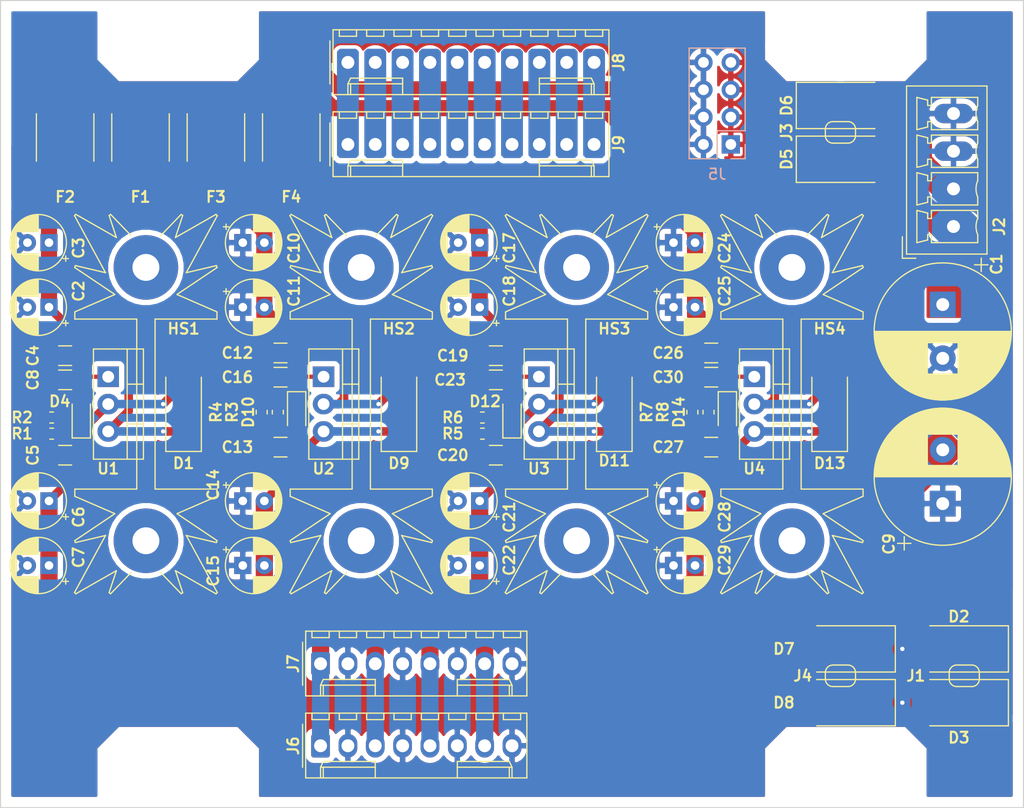
<source format=kicad_pcb>
(kicad_pcb (version 20171130) (host pcbnew "(5.1.5)-3")
  (title_block (title "Auxilliary Regulators for the Analog Section") (date 2019-12-27) (rev 0) (comment 3 "Repository: https://github.com/void-error/MTE_REG-A_HW") (comment 4 "License: TAPR Open Hardware License - https://www.tapr.org/ohl"))
  (layers (0 F.Cu signal) (31 B.Cu signal) (34 B.Paste user) (35 F.Paste user) (36 B.SilkS user hide) (37 F.SilkS user) (38 B.Mask user hide) (39 F.Mask user hide) (44 Edge.Cuts user))
  (net 0 "")
  (net 1 AGND)
  (net 2 "Net-(D3-Pad2)")
  (net 3 /VCC1)
  (net 4 /VEE1)
  (net 5 /VCC2)
  (net 6 /VEE2)
  (net 7 +V)
  (net 8 -V)
  (net 9 "Net-(C8-Pad1)")
  (net 10 "Net-(C2-Pad1)")
  (net 11 "Net-(C10-Pad2)")
  (net 12 "Net-(C16-Pad1)")
  (net 13 "Net-(C17-Pad1)")
  (net 14 "Net-(C23-Pad1)")
  (net 15 "Net-(C24-Pad2)")
  (net 16 "Net-(C30-Pad1)")
  (net 17 "Net-(D2-Pad2)")
  (net 18 "Net-(D5-Pad1)")
  (net 19 "Net-(J8-Pad10)")
  (net 20 "Net-(J8-Pad9)")
  (net 21 "Net-(J8-Pad8)")
  (net 22 "Net-(J8-Pad7)")
  (net 23 "Net-(J8-Pad6)")
  (net 24 "Net-(J8-Pad5)")
  (net 25 "Net-(J8-Pad4)")
  (net 26 "Net-(J8-Pad3)")
  (net 27 "Net-(J8-Pad2)")
  (net 28 "Net-(J8-Pad1)")
  (module Connector_PinSocket_2.54mm:PinSocket_2x04_P2.54mm_Vertical (layer B.Cu) (at 200.32 55.87)
    (fp_text reference J5 (at -1.27 2.77) (layer B.SilkS) (effects (justify mirror)))
    (fp_text value Conn_02x04_Odd_Even)
    (pad 8 thru_hole oval (at -2.54 -7.62) (size 1.7 1.7) (drill 1) (layers *.Cu *.Mask) (net 1 AGND))
    (pad 7 thru_hole oval (at 0 -7.62) (size 1.7 1.7) (drill 1) (layers *.Cu *.Mask) (net 18 "Net-(D5-Pad1)"))
    (pad 6 thru_hole oval (at -2.54 -5.08) (size 1.7 1.7) (drill 1) (layers *.Cu *.Mask) (net 1 AGND))
    (pad 5 thru_hole oval (at 0 -5.08) (size 1.7 1.7) (drill 1) (layers *.Cu *.Mask) (net 18 "Net-(D5-Pad1)"))
    (pad 4 thru_hole oval (at -2.54 -2.54) (size 1.7 1.7) (drill 1) (layers *.Cu *.Mask) (net 1 AGND))
    (pad 3 thru_hole oval (at 0 -2.54) (size 1.7 1.7) (drill 1) (layers *.Cu *.Mask) (net 18 "Net-(D5-Pad1)"))
    (pad 2 thru_hole oval (at -2.54 0) (size 1.7 1.7) (drill 1) (layers *.Cu *.Mask) (net 1 AGND))
    (pad 1 thru_hole rect (at 0 0) (size 1.7 1.7) (drill 1) (layers *.Cu *.Mask) (net 18 "Net-(D5-Pad1)"))
  )
  (module Fuse:Fuse_2920_7451Metric_Pad2.10x5.45mm_HandSolder (layer F.Cu) (at 159.5 55.225 90)
    (fp_text reference F4 (at -5.525 0 180) (layer F.SilkS) (effects (font (thickness 0.2))))
    (fp_text value SL075-33)
    (pad 2 smd roundrect (at 3.475 0 90) (size 2.1 5.45) (layers F.Cu F.Paste F.Mask) (roundrect_rratio 0.119048) (net 8 -V))
    (pad 1 smd roundrect (at -3.475 0 90) (size 2.1 5.45) (layers F.Cu F.Paste F.Mask) (roundrect_rratio 0.119048) (net 15 "Net-(C24-Pad2)"))
  )
  (module Fuse:Fuse_2920_7451Metric_Pad2.10x5.45mm_HandSolder (layer F.Cu) (at 152.5 55.225 90)
    (fp_text reference F3 (at -5.525 0 180) (layer F.SilkS) (effects (font (thickness 0.2))))
    (fp_text value SL075-33)
    (pad 2 smd roundrect (at 3.475 0 90) (size 2.1 5.45) (layers F.Cu F.Paste F.Mask) (roundrect_rratio 0.119048) (net 7 +V))
    (pad 1 smd roundrect (at -3.475 0 90) (size 2.1 5.45) (layers F.Cu F.Paste F.Mask) (roundrect_rratio 0.119048) (net 13 "Net-(C17-Pad1)"))
  )
  (module Fuse:Fuse_2920_7451Metric_Pad2.10x5.45mm_HandSolder (layer F.Cu) (at 138.5 55.225 90)
    (fp_text reference F2 (at -5.525 0 180) (layer F.SilkS) (effects (font (thickness 0.2))))
    (fp_text value SL075-33)
    (pad 2 smd roundrect (at 3.475 0 90) (size 2.1 5.45) (layers F.Cu F.Paste F.Mask) (roundrect_rratio 0.119048) (net 8 -V))
    (pad 1 smd roundrect (at -3.475 0 90) (size 2.1 5.45) (layers F.Cu F.Paste F.Mask) (roundrect_rratio 0.119048) (net 11 "Net-(C10-Pad2)"))
  )
  (module Fuse:Fuse_2920_7451Metric_Pad2.10x5.45mm_HandSolder (layer F.Cu) (at 145.5 55.225 90)
    (fp_text reference F1 (at -5.525 0 180) (layer F.SilkS) (effects (font (thickness 0.2))))
    (fp_text value SL075-33)
    (pad 2 smd roundrect (at 3.475 0 90) (size 2.1 5.45) (layers F.Cu F.Paste F.Mask) (roundrect_rratio 0.119048) (net 7 +V))
    (pad 1 smd roundrect (at -3.475 0 90) (size 2.1 5.45) (layers F.Cu F.Paste F.Mask) (roundrect_rratio 0.119048) (net 10 "Net-(C2-Pad1)"))
  )
  (module Jumper:SolderJumper-2_P1.3mm_Open_RoundedPad1.0x1.5mm (layer F.Cu) (at 210.5 54.75 180)
    (fp_text reference J3 (at 5 0 90) (layer F.SilkS) (effects (font (thickness 0.2))))
    (fp_text value GS2)
    (pad 2 smd custom (at 0.65 0 180) (size 1 0.5) (layers F.Cu F.Mask) (net 18 "Net-(D5-Pad1)") (options (clearance outline) (anchor rect)) (primitives (gr_circle (center 0 0.25) (end 0.5 0.25) (width 0)) (gr_circle (center 0 -0.25) (end 0.5 -0.25) (width 0)) (gr_poly (pts (xy 0 -0.75) (xy -0.5 -0.75) (xy -0.5 0.75) (xy 0 0.75)) (width 0))))
    (pad 1 smd custom (at -0.65 0 180) (size 1 0.5) (layers F.Cu F.Mask) (net 17 "Net-(D2-Pad2)") (options (clearance outline) (anchor rect)) (primitives (gr_circle (center 0 0.25) (end 0.5 0.25) (width 0)) (gr_circle (center 0 -0.25) (end 0.5 -0.25) (width 0)) (gr_poly (pts (xy 0 -0.75) (xy 0.5 -0.75) (xy 0.5 0.75) (xy 0 0.75)) (width 0))))
  )
  (module Diode_SMD:D_SMB_Handsoldering (layer F.Cu) (at 211 52.25)
    (fp_text reference D6 (at -5.5 0 90) (layer F.SilkS) (effects (font (thickness 0.2))))
    (fp_text value SK55)
    (pad 2 smd rect (at 2.7 0) (size 3.5 2.3) (layers F.Cu F.Paste F.Mask) (net 2 "Net-(D3-Pad2)"))
    (pad 1 smd rect (at -2.7 0) (size 3.5 2.3) (layers F.Cu F.Paste F.Mask) (net 18 "Net-(D5-Pad1)"))
  )
  (module Diode_SMD:D_SMB_Handsoldering (layer F.Cu) (at 211 57.25)
    (fp_text reference D5 (at -5.5 0 90) (layer F.SilkS) (effects (font (thickness 0.2))))
    (fp_text value SK55)
    (pad 2 smd rect (at 2.7 0) (size 3.5 2.3) (layers F.Cu F.Paste F.Mask) (net 17 "Net-(D2-Pad2)"))
    (pad 1 smd rect (at -2.7 0) (size 3.5 2.3) (layers F.Cu F.Paste F.Mask) (net 18 "Net-(D5-Pad1)"))
  )
  (module Connector_Phoenix_MC:PhoenixContact_MCV_1,5_4-G-3.5_1x04_P3.50mm_Vertical (layer F.Cu) (at 221 63.5 90)
    (fp_text reference J2 (at 0 4.25 90) (layer F.SilkS) (effects (font (thickness 0.2))))
    (fp_text value Conn_01x04)
    (pad 4 thru_hole oval (at 10.5 0 90) (size 1.8 3.6) (drill 1.2) (layers *.Cu *.Mask) (net 1 AGND))
    (pad 3 thru_hole oval (at 7 0 90) (size 1.8 3.6) (drill 1.2) (layers *.Cu *.Mask) (net 1 AGND))
    (pad 2 thru_hole oval (at 3.5 0 90) (size 1.8 3.6) (drill 1.2) (layers *.Cu *.Mask) (net 2 "Net-(D3-Pad2)"))
    (pad 1 thru_hole roundrect (at 0 0 90) (size 1.8 3.6) (drill 1.2) (layers *.Cu *.Mask) (roundrect_rratio 0.139) (net 17 "Net-(D2-Pad2)"))
  )
  (module Capacitor_THT:CP_Radial_D12.5mm_P5.00mm (layer F.Cu) (at 220 89.25 90)
    (fp_text reference C9 (at -3.75 -5 270) (layer F.SilkS) (effects (font (thickness 0.2))))
    (fp_text value 1000u)
    (pad 2 thru_hole circle (at 5 0 90) (size 2.4 2.4) (drill 1.2) (layers *.Cu *.Mask) (net 8 -V))
    (pad 1 thru_hole rect (at 0 0 90) (size 2.4 2.4) (drill 1.2) (layers *.Cu *.Mask) (net 1 AGND))
  )
  (module Capacitor_THT:CP_Radial_D12.5mm_P5.00mm (layer F.Cu) (at 220 70.75 270)
    (fp_text reference C1 (at -3.75 -5 90) (layer F.SilkS) (effects (font (thickness 0.2))))
    (fp_text value 1000u)
    (pad 2 thru_hole circle (at 5 0 270) (size 2.4 2.4) (drill 1.2) (layers *.Cu *.Mask) (net 1 AGND))
    (pad 1 thru_hole rect (at 0 0 270) (size 2.4 2.4) (drill 1.2) (layers *.Cu *.Mask) (net 7 +V))
  )
  (module MountingHole:MountingHole_3.2mm_M3 (layer F.Cu) (at 145 46.5)
    (fp_text reference MK8 hide)
    (fp_text value Mounting_Hole)
    (pad 1 np_thru_hole circle (at 0 0) (size 3.2 3.2) (drill 3.2) (layers *.Cu *.Mask))
  )
  (module MountingHole:MountingHole_3.2mm_M3 (layer F.Cu) (at 153 46.5)
    (fp_text reference MK7 hide)
    (fp_text value Mounting_Hole)
    (pad 1 np_thru_hole circle (at 0 0) (size 3.2 3.2) (drill 3.2) (layers *.Cu *.Mask))
  )
  (module MountingHole:MountingHole_3.2mm_M3 (layer F.Cu) (at 215 113.5)
    (fp_text reference MK4 hide)
    (fp_text value Mounting_Hole)
    (pad 1 np_thru_hole circle (at 0 0) (size 3.2 3.2) (drill 3.2) (layers *.Cu *.Mask))
  )
  (module Connector_Molex:Molex_KK-254_AE-6410-10A_1x10_P2.54mm_Vertical (layer F.Cu) (at 164.76 55.87)
    (fp_text reference J9 (at 25.146 0 90) (layer F.SilkS) (effects (font (thickness 0.2))))
    (fp_text value Conn_01x10)
    (pad 10 thru_hole oval (at 22.86 0) (size 1.74 2.2) (drill 1.2) (layers *.Cu *.Mask) (net 19 "Net-(J8-Pad10)"))
    (pad 9 thru_hole oval (at 20.32 0) (size 1.74 2.2) (drill 1.2) (layers *.Cu *.Mask) (net 20 "Net-(J8-Pad9)"))
    (pad 8 thru_hole oval (at 17.78 0) (size 1.74 2.2) (drill 1.2) (layers *.Cu *.Mask) (net 21 "Net-(J8-Pad8)"))
    (pad 7 thru_hole oval (at 15.24 0) (size 1.74 2.2) (drill 1.2) (layers *.Cu *.Mask) (net 22 "Net-(J8-Pad7)"))
    (pad 6 thru_hole oval (at 12.7 0) (size 1.74 2.2) (drill 1.2) (layers *.Cu *.Mask) (net 23 "Net-(J8-Pad6)"))
    (pad 5 thru_hole oval (at 10.16 0) (size 1.74 2.2) (drill 1.2) (layers *.Cu *.Mask) (net 24 "Net-(J8-Pad5)"))
    (pad 4 thru_hole oval (at 7.62 0) (size 1.74 2.2) (drill 1.2) (layers *.Cu *.Mask) (net 25 "Net-(J8-Pad4)"))
    (pad 3 thru_hole oval (at 5.08 0) (size 1.74 2.2) (drill 1.2) (layers *.Cu *.Mask) (net 26 "Net-(J8-Pad3)"))
    (pad 2 thru_hole oval (at 2.54 0) (size 1.74 2.2) (drill 1.2) (layers *.Cu *.Mask) (net 27 "Net-(J8-Pad2)"))
    (pad 1 thru_hole roundrect (at 0 0) (size 1.74 2.2) (drill 1.2) (layers *.Cu *.Mask) (roundrect_rratio 0.143678) (net 28 "Net-(J8-Pad1)"))
  )
  (module Connector_Molex:Molex_KK-254_AE-6410-10A_1x10_P2.54mm_Vertical (layer F.Cu) (at 164.76 48.25)
    (fp_text reference J8 (at 25.146 0 90) (layer F.SilkS) (effects (font (thickness 0.2))))
    (fp_text value Conn_01x10)
    (pad 10 thru_hole oval (at 22.86 0) (size 1.74 2.2) (drill 1.2) (layers *.Cu *.Mask) (net 19 "Net-(J8-Pad10)"))
    (pad 9 thru_hole oval (at 20.32 0) (size 1.74 2.2) (drill 1.2) (layers *.Cu *.Mask) (net 20 "Net-(J8-Pad9)"))
    (pad 8 thru_hole oval (at 17.78 0) (size 1.74 2.2) (drill 1.2) (layers *.Cu *.Mask) (net 21 "Net-(J8-Pad8)"))
    (pad 7 thru_hole oval (at 15.24 0) (size 1.74 2.2) (drill 1.2) (layers *.Cu *.Mask) (net 22 "Net-(J8-Pad7)"))
    (pad 6 thru_hole oval (at 12.7 0) (size 1.74 2.2) (drill 1.2) (layers *.Cu *.Mask) (net 23 "Net-(J8-Pad6)"))
    (pad 5 thru_hole oval (at 10.16 0) (size 1.74 2.2) (drill 1.2) (layers *.Cu *.Mask) (net 24 "Net-(J8-Pad5)"))
    (pad 4 thru_hole oval (at 7.62 0) (size 1.74 2.2) (drill 1.2) (layers *.Cu *.Mask) (net 25 "Net-(J8-Pad4)"))
    (pad 3 thru_hole oval (at 5.08 0) (size 1.74 2.2) (drill 1.2) (layers *.Cu *.Mask) (net 26 "Net-(J8-Pad3)"))
    (pad 2 thru_hole oval (at 2.54 0) (size 1.74 2.2) (drill 1.2) (layers *.Cu *.Mask) (net 27 "Net-(J8-Pad2)"))
    (pad 1 thru_hole roundrect (at 0 0) (size 1.74 2.2) (drill 1.2) (layers *.Cu *.Mask) (roundrect_rratio 0.143678) (net 28 "Net-(J8-Pad1)"))
  )
  (module Heatsink:Heatsink_Fischer_SK104-STC-STIC_35x13mm_2xDrill2.5mm (layer F.Cu) (at 146 80 90)
    (fp_text reference HS1 (at 7 3.5 180) (layer F.SilkS) (effects (font (thickness 0.2))))
    (fp_text value SK104)
    (pad 1 thru_hole circle (at 12.7 0 90) (size 6 6) (drill 2.5) (layers *.Cu *.Mask))
    (pad 1 thru_hole circle (at -12.7 0 270) (size 6 6) (drill 2.5) (layers *.Cu *.Mask))
  )
  (module Capacitor_SMD:C_1206_3216Metric_Pad1.42x1.75mm_HandSolder (layer F.Cu) (at 138.5 75.5 180)
    (fp_text reference C4 (at 3 0 270) (layer F.SilkS) (effects (font (thickness 0.2))))
    (fp_text value 330n)
    (pad 1 smd roundrect (at -1.4875 0 180) (size 1.425 1.75) (layers F.Cu F.Paste F.Mask) (roundrect_rratio 0.175439) (net 10 "Net-(C2-Pad1)"))
    (pad 2 smd roundrect (at 1.4875 0 180) (size 1.425 1.75) (layers F.Cu F.Paste F.Mask) (roundrect_rratio 0.175439) (net 1 AGND))
  )
  (module Capacitor_SMD:C_1206_3216Metric_Pad1.42x1.75mm_HandSolder (layer F.Cu) (at 138.5 84.75 180)
    (fp_text reference C5 (at 3 0 270) (layer F.SilkS) (effects (font (thickness 0.2))))
    (fp_text value 330n)
    (pad 2 smd roundrect (at 1.4875 0 180) (size 1.425 1.75) (layers F.Cu F.Paste F.Mask) (roundrect_rratio 0.175439) (net 1 AGND))
    (pad 1 smd roundrect (at -1.4875 0 180) (size 1.425 1.75) (layers F.Cu F.Paste F.Mask) (roundrect_rratio 0.175439) (net 3 /VCC1))
  )
  (module Capacitor_SMD:C_1206_3216Metric_Pad1.42x1.75mm_HandSolder (layer F.Cu) (at 138.5 77.75 180)
    (fp_text reference C8 (at 3 0 270) (layer F.SilkS) (effects (font (thickness 0.2))))
    (fp_text value 2u2)
    (pad 2 smd roundrect (at 1.4875 0 180) (size 1.425 1.75) (layers F.Cu F.Paste F.Mask) (roundrect_rratio 0.175439) (net 1 AGND))
    (pad 1 smd roundrect (at -1.4875 0 180) (size 1.425 1.75) (layers F.Cu F.Paste F.Mask) (roundrect_rratio 0.175439) (net 9 "Net-(C8-Pad1)"))
  )
  (module Capacitor_SMD:C_1206_3216Metric_Pad1.42x1.75mm_HandSolder (layer F.Cu) (at 178.5 75.5 180)
    (fp_text reference C19 (at 4 0) (layer F.SilkS) (effects (font (thickness 0.2))))
    (fp_text value 330n)
    (pad 2 smd roundrect (at 1.4875 0 180) (size 1.425 1.75) (layers F.Cu F.Paste F.Mask) (roundrect_rratio 0.175439) (net 1 AGND))
    (pad 1 smd roundrect (at -1.4875 0 180) (size 1.425 1.75) (layers F.Cu F.Paste F.Mask) (roundrect_rratio 0.175439) (net 13 "Net-(C17-Pad1)"))
  )
  (module Capacitor_SMD:C_1206_3216Metric_Pad1.42x1.75mm_HandSolder (layer F.Cu) (at 178.5 84.75 180)
    (fp_text reference C20 (at 4 0) (layer F.SilkS) (effects (font (thickness 0.2))))
    (fp_text value 330n)
    (pad 1 smd roundrect (at -1.4875 0 180) (size 1.425 1.75) (layers F.Cu F.Paste F.Mask) (roundrect_rratio 0.175439) (net 5 /VCC2))
    (pad 2 smd roundrect (at 1.4875 0 180) (size 1.425 1.75) (layers F.Cu F.Paste F.Mask) (roundrect_rratio 0.175439) (net 1 AGND))
  )
  (module Capacitor_SMD:C_1206_3216Metric_Pad1.42x1.75mm_HandSolder (layer F.Cu) (at 178.5 77.75 180)
    (fp_text reference C23 (at 4.25 0 180) (layer F.SilkS) (effects (font (thickness 0.2))))
    (fp_text value 2u2)
    (pad 1 smd roundrect (at -1.4875 0 180) (size 1.425 1.75) (layers F.Cu F.Paste F.Mask) (roundrect_rratio 0.175439) (net 14 "Net-(C23-Pad1)"))
    (pad 2 smd roundrect (at 1.4875 0 180) (size 1.425 1.75) (layers F.Cu F.Paste F.Mask) (roundrect_rratio 0.175439) (net 1 AGND))
  )
  (module Capacitor_SMD:C_1206_3216Metric_Pad1.42x1.75mm_HandSolder (layer F.Cu) (at 198.5 75.25 180)
    (fp_text reference C26 (at 4 0) (layer F.SilkS) (effects (font (thickness 0.2))))
    (fp_text value 330n)
    (pad 1 smd roundrect (at -1.4875 0 180) (size 1.425 1.75) (layers F.Cu F.Paste F.Mask) (roundrect_rratio 0.175439) (net 15 "Net-(C24-Pad2)"))
    (pad 2 smd roundrect (at 1.4875 0 180) (size 1.425 1.75) (layers F.Cu F.Paste F.Mask) (roundrect_rratio 0.175439) (net 1 AGND))
  )
  (module Capacitor_SMD:C_1206_3216Metric_Pad1.42x1.75mm_HandSolder (layer F.Cu) (at 198.5 84 180)
    (fp_text reference C27 (at 4 0 180) (layer F.SilkS) (effects (font (thickness 0.2))))
    (fp_text value 330n)
    (pad 2 smd roundrect (at 1.4875 0 180) (size 1.425 1.75) (layers F.Cu F.Paste F.Mask) (roundrect_rratio 0.175439) (net 1 AGND))
    (pad 1 smd roundrect (at -1.4875 0 180) (size 1.425 1.75) (layers F.Cu F.Paste F.Mask) (roundrect_rratio 0.175439) (net 6 /VEE2))
  )
  (module Capacitor_SMD:C_1206_3216Metric_Pad1.42x1.75mm_HandSolder (layer F.Cu) (at 198.5 77.5 180)
    (fp_text reference C30 (at 4 0) (layer F.SilkS) (effects (font (thickness 0.2))))
    (fp_text value 2u2)
    (pad 2 smd roundrect (at 1.4875 0 180) (size 1.425 1.75) (layers F.Cu F.Paste F.Mask) (roundrect_rratio 0.175439) (net 1 AGND))
    (pad 1 smd roundrect (at -1.4875 0 180) (size 1.425 1.75) (layers F.Cu F.Paste F.Mask) (roundrect_rratio 0.175439) (net 16 "Net-(C30-Pad1)"))
  )
  (module Capacitor_SMD:C_1206_3216Metric_Pad1.42x1.75mm_HandSolder (layer F.Cu) (at 158.5 75.25 180)
    (fp_text reference C12 (at 4 0 180) (layer F.SilkS) (effects (font (thickness 0.2))))
    (fp_text value 330n)
    (pad 1 smd roundrect (at -1.4875 0 180) (size 1.425 1.75) (layers F.Cu F.Paste F.Mask) (roundrect_rratio 0.175439) (net 11 "Net-(C10-Pad2)"))
    (pad 2 smd roundrect (at 1.4875 0 180) (size 1.425 1.75) (layers F.Cu F.Paste F.Mask) (roundrect_rratio 0.175439) (net 1 AGND))
  )
  (module Capacitor_SMD:C_1206_3216Metric_Pad1.42x1.75mm_HandSolder (layer F.Cu) (at 158.5 84 180)
    (fp_text reference C13 (at 4 0 180) (layer F.SilkS) (effects (font (thickness 0.2))))
    (fp_text value 330n)
    (pad 2 smd roundrect (at 1.4875 0 180) (size 1.425 1.75) (layers F.Cu F.Paste F.Mask) (roundrect_rratio 0.175439) (net 1 AGND))
    (pad 1 smd roundrect (at -1.4875 0 180) (size 1.425 1.75) (layers F.Cu F.Paste F.Mask) (roundrect_rratio 0.175439) (net 4 /VEE1))
  )
  (module Capacitor_SMD:C_1206_3216Metric_Pad1.42x1.75mm_HandSolder (layer F.Cu) (at 158.5 77.5 180)
    (fp_text reference C16 (at 4 0 180) (layer F.SilkS) (effects (font (thickness 0.2))))
    (fp_text value 2u2)
    (pad 2 smd roundrect (at 1.4875 0 180) (size 1.425 1.75) (layers F.Cu F.Paste F.Mask) (roundrect_rratio 0.175439) (net 1 AGND))
    (pad 1 smd roundrect (at -1.4875 0 180) (size 1.425 1.75) (layers F.Cu F.Paste F.Mask) (roundrect_rratio 0.175439) (net 12 "Net-(C16-Pad1)"))
  )
  (module Diode_SMD:D_SMA_Handsoldering (layer F.Cu) (at 149.5 80 90)
    (fp_text reference D1 (at -5.5 0 180) (layer F.SilkS) (effects (font (thickness 0.2))))
    (fp_text value S1A)
    (pad 1 smd rect (at -2.5 0 90) (size 3.5 1.8) (layers F.Cu F.Paste F.Mask) (net 10 "Net-(C2-Pad1)"))
    (pad 2 smd rect (at 2.5 0 90) (size 3.5 1.8) (layers F.Cu F.Paste F.Mask) (net 3 /VCC1))
  )
  (module Diode_SMD:D_SMB_Handsoldering (layer F.Cu) (at 221.5 102.75 180)
    (fp_text reference D2 (at 0 3) (layer F.SilkS) (effects (font (thickness 0.2))))
    (fp_text value SK55)
    (pad 1 smd rect (at -2.7 0 180) (size 3.5 2.3) (layers F.Cu F.Paste F.Mask) (net 7 +V))
    (pad 2 smd rect (at 2.7 0 180) (size 3.5 2.3) (layers F.Cu F.Paste F.Mask) (net 17 "Net-(D2-Pad2)"))
  )
  (module Diode_SMD:D_SMB_Handsoldering (layer F.Cu) (at 221.5 107.75 180)
    (fp_text reference D3 (at 0 -3.25) (layer F.SilkS) (effects (font (thickness 0.2))))
    (fp_text value SK55)
    (pad 2 smd rect (at 2.7 0 180) (size 3.5 2.3) (layers F.Cu F.Paste F.Mask) (net 2 "Net-(D3-Pad2)"))
    (pad 1 smd rect (at -2.7 0 180) (size 3.5 2.3) (layers F.Cu F.Paste F.Mask) (net 7 +V))
  )
  (module Diode_SMD:D_SOD-323_HandSoldering (layer F.Cu) (at 140 81.25 90)
    (fp_text reference D4 (at 1.5 -2 180) (layer F.SilkS) (effects (font (thickness 0.2))))
    (fp_text value BAS316)
    (pad 1 smd rect (at -1.25 0 90) (size 1 1) (layers F.Cu F.Paste F.Mask) (net 3 /VCC1))
    (pad 2 smd rect (at 1.25 0 90) (size 1 1) (layers F.Cu F.Paste F.Mask) (net 9 "Net-(C8-Pad1)"))
  )
  (module Diode_SMD:D_SMB_Handsoldering (layer F.Cu) (at 211 102.75 180)
    (fp_text reference D7 (at 5.75 0 180) (layer F.SilkS) (effects (font (thickness 0.2))))
    (fp_text value SK55)
    (pad 1 smd rect (at -2.7 0 180) (size 3.5 2.3) (layers F.Cu F.Paste F.Mask) (net 17 "Net-(D2-Pad2)"))
    (pad 2 smd rect (at 2.7 0 180) (size 3.5 2.3) (layers F.Cu F.Paste F.Mask) (net 8 -V))
  )
  (module Diode_SMD:D_SMB_Handsoldering (layer F.Cu) (at 211 107.75 180)
    (fp_text reference D8 (at 5.75 0 180) (layer F.SilkS) (effects (font (thickness 0.2))))
    (fp_text value SK55)
    (pad 2 smd rect (at 2.7 0 180) (size 3.5 2.3) (layers F.Cu F.Paste F.Mask) (net 8 -V))
    (pad 1 smd rect (at -2.7 0 180) (size 3.5 2.3) (layers F.Cu F.Paste F.Mask) (net 2 "Net-(D3-Pad2)"))
  )
  (module Diode_SMD:D_SMA_Handsoldering (layer F.Cu) (at 189.5 80 90)
    (fp_text reference D11 (at -5.25 0 180) (layer F.SilkS) (effects (font (thickness 0.2))))
    (fp_text value S1A)
    (pad 2 smd rect (at 2.5 0 90) (size 3.5 1.8) (layers F.Cu F.Paste F.Mask) (net 5 /VCC2))
    (pad 1 smd rect (at -2.5 0 90) (size 3.5 1.8) (layers F.Cu F.Paste F.Mask) (net 13 "Net-(C17-Pad1)"))
  )
  (module Diode_SMD:D_SOD-323_HandSoldering (layer F.Cu) (at 180 81.25 90)
    (fp_text reference D12 (at 1.5 -2.5) (layer F.SilkS) (effects (font (thickness 0.2))))
    (fp_text value BAS316)
    (pad 1 smd rect (at -1.25 0 90) (size 1 1) (layers F.Cu F.Paste F.Mask) (net 5 /VCC2))
    (pad 2 smd rect (at 1.25 0 90) (size 1 1) (layers F.Cu F.Paste F.Mask) (net 14 "Net-(C23-Pad1)"))
  )
  (module Diode_SMD:D_SOD-323_HandSoldering (layer F.Cu) (at 200 80.75 270)
    (fp_text reference D14 (at 0 4.5 270) (layer F.SilkS) (effects (font (thickness 0.2))))
    (fp_text value BAS316)
    (pad 2 smd rect (at 1.25 0 270) (size 1 1) (layers F.Cu F.Paste F.Mask) (net 6 /VEE2))
    (pad 1 smd rect (at -1.25 0 270) (size 1 1) (layers F.Cu F.Paste F.Mask) (net 16 "Net-(C30-Pad1)"))
  )
  (module Diode_SMD:D_SMA_Handsoldering (layer F.Cu) (at 169.5 80 90)
    (fp_text reference D9 (at -5.5 0 180) (layer F.SilkS) (effects (font (thickness 0.2))))
    (fp_text value S1A)
    (pad 1 smd rect (at -2.5 0 90) (size 3.5 1.8) (layers F.Cu F.Paste F.Mask) (net 4 /VEE1))
    (pad 2 smd rect (at 2.5 0 90) (size 3.5 1.8) (layers F.Cu F.Paste F.Mask) (net 11 "Net-(C10-Pad2)"))
  )
  (module Diode_SMD:D_SOD-323_HandSoldering (layer F.Cu) (at 160 80.75 270)
    (fp_text reference D10 (at 0 4.5 90) (layer F.SilkS) (effects (font (thickness 0.2))))
    (fp_text value BAS316)
    (pad 2 smd rect (at 1.25 0 270) (size 1 1) (layers F.Cu F.Paste F.Mask) (net 4 /VEE1))
    (pad 1 smd rect (at -1.25 0 270) (size 1 1) (layers F.Cu F.Paste F.Mask) (net 12 "Net-(C16-Pad1)"))
  )
  (module Heatsink:Heatsink_Fischer_SK104-STC-STIC_35x13mm_2xDrill2.5mm (layer F.Cu) (at 186 80 270)
    (fp_text reference HS3 (at -7 -3.5) (layer F.SilkS) (effects (font (thickness 0.2))))
    (fp_text value SK104)
    (pad 1 thru_hole circle (at -12.7 0 90) (size 6 6) (drill 2.5) (layers *.Cu *.Mask))
    (pad 1 thru_hole circle (at 12.7 0 270) (size 6 6) (drill 2.5) (layers *.Cu *.Mask))
  )
  (module Heatsink:Heatsink_Fischer_SK104-STC-STIC_35x13mm_2xDrill2.5mm (layer F.Cu) (at 206 80 90)
    (fp_text reference HS4 (at 7 3.5 180) (layer F.SilkS) (effects (font (thickness 0.2))))
    (fp_text value SK104)
    (pad 1 thru_hole circle (at 12.7 0 90) (size 6 6) (drill 2.5) (layers *.Cu *.Mask))
    (pad 1 thru_hole circle (at -12.7 0 270) (size 6 6) (drill 2.5) (layers *.Cu *.Mask))
  )
  (module Heatsink:Heatsink_Fischer_SK104-STC-STIC_35x13mm_2xDrill2.5mm (layer F.Cu) (at 166 80 90)
    (fp_text reference HS2 (at 7 3.5 180) (layer F.SilkS) (effects (font (thickness 0.2))))
    (fp_text value SK104)
    (pad 1 thru_hole circle (at -12.7 0 270) (size 6 6) (drill 2.5) (layers *.Cu *.Mask))
    (pad 1 thru_hole circle (at 12.7 0 90) (size 6 6) (drill 2.5) (layers *.Cu *.Mask))
  )
  (module Jumper:SolderJumper-2_P1.3mm_Open_RoundedPad1.0x1.5mm (layer F.Cu) (at 222 105.25 180)
    (fp_text reference J1 (at 4.5 0 180) (layer F.SilkS) (effects (font (thickness 0.2))))
    (fp_text value GS2)
    (pad 1 smd custom (at -0.65 0 180) (size 1 0.5) (layers F.Cu F.Mask) (net 7 +V) (options (clearance outline) (anchor rect)) (primitives (gr_circle (center 0 0.25) (end 0.5 0.25) (width 0)) (gr_circle (center 0 -0.25) (end 0.5 -0.25) (width 0)) (gr_poly (pts (xy 0 -0.75) (xy 0.5 -0.75) (xy 0.5 0.75) (xy 0 0.75)) (width 0))))
    (pad 2 smd custom (at 0.65 0 180) (size 1 0.5) (layers F.Cu F.Mask) (net 17 "Net-(D2-Pad2)") (options (clearance outline) (anchor rect)) (primitives (gr_circle (center 0 0.25) (end 0.5 0.25) (width 0)) (gr_circle (center 0 -0.25) (end 0.5 -0.25) (width 0)) (gr_poly (pts (xy 0 -0.75) (xy -0.5 -0.75) (xy -0.5 0.75) (xy 0 0.75)) (width 0))))
  )
  (module Jumper:SolderJumper-2_P1.3mm_Open_RoundedPad1.0x1.5mm (layer F.Cu) (at 210.5 105.25)
    (fp_text reference J4 (at -3.5 0 180) (layer F.SilkS) (effects (font (thickness 0.2))))
    (fp_text value GS2)
    (pad 2 smd custom (at 0.65 0) (size 1 0.5) (layers F.Cu F.Mask) (net 2 "Net-(D3-Pad2)") (options (clearance outline) (anchor rect)) (primitives (gr_circle (center 0 0.25) (end 0.5 0.25) (width 0)) (gr_circle (center 0 -0.25) (end 0.5 -0.25) (width 0)) (gr_poly (pts (xy 0 -0.75) (xy -0.5 -0.75) (xy -0.5 0.75) (xy 0 0.75)) (width 0))))
    (pad 1 smd custom (at -0.65 0) (size 1 0.5) (layers F.Cu F.Mask) (net 8 -V) (options (clearance outline) (anchor rect)) (primitives (gr_circle (center 0 0.25) (end 0.5 0.25) (width 0)) (gr_circle (center 0 -0.25) (end 0.5 -0.25) (width 0)) (gr_poly (pts (xy 0 -0.75) (xy 0.5 -0.75) (xy 0.5 0.75) (xy 0 0.75)) (width 0))))
  )
  (module Connector_Molex:Molex_KK-254_AE-6410-08A_1x08_P2.54mm_Vertical (layer F.Cu) (at 162.22 111.75)
    (fp_text reference J6 (at -2.54 0 90) (layer F.SilkS) (effects (font (thickness 0.2))))
    (fp_text value MOLEX_KK-254)
    (pad 1 thru_hole roundrect (at 0 0) (size 1.74 2.2) (drill 1.2) (layers *.Cu *.Mask) (roundrect_rratio 0.143678) (net 3 /VCC1))
    (pad 2 thru_hole oval (at 2.54 0) (size 1.74 2.2) (drill 1.2) (layers *.Cu *.Mask) (net 1 AGND))
    (pad 3 thru_hole oval (at 5.08 0) (size 1.74 2.2) (drill 1.2) (layers *.Cu *.Mask) (net 4 /VEE1))
    (pad 4 thru_hole oval (at 7.62 0) (size 1.74 2.2) (drill 1.2) (layers *.Cu *.Mask) (net 1 AGND))
    (pad 5 thru_hole oval (at 10.16 0) (size 1.74 2.2) (drill 1.2) (layers *.Cu *.Mask) (net 5 /VCC2))
    (pad 6 thru_hole oval (at 12.7 0) (size 1.74 2.2) (drill 1.2) (layers *.Cu *.Mask) (net 1 AGND))
    (pad 7 thru_hole oval (at 15.24 0) (size 1.74 2.2) (drill 1.2) (layers *.Cu *.Mask) (net 6 /VEE2))
    (pad 8 thru_hole oval (at 17.78 0) (size 1.74 2.2) (drill 1.2) (layers *.Cu *.Mask) (net 1 AGND))
  )
  (module Connector_Molex:Molex_KK-254_AE-6410-08A_1x08_P2.54mm_Vertical (layer F.Cu) (at 162.22 104.13)
    (fp_text reference J7 (at -2.54 0 90) (layer F.SilkS) (effects (font (thickness 0.2))))
    (fp_text value MOLEX_KK-254)
    (pad 8 thru_hole oval (at 17.78 0) (size 1.74 2.2) (drill 1.2) (layers *.Cu *.Mask) (net 1 AGND))
    (pad 7 thru_hole oval (at 15.24 0) (size 1.74 2.2) (drill 1.2) (layers *.Cu *.Mask) (net 6 /VEE2))
    (pad 6 thru_hole oval (at 12.7 0) (size 1.74 2.2) (drill 1.2) (layers *.Cu *.Mask) (net 1 AGND))
    (pad 5 thru_hole oval (at 10.16 0) (size 1.74 2.2) (drill 1.2) (layers *.Cu *.Mask) (net 5 /VCC2))
    (pad 4 thru_hole oval (at 7.62 0) (size 1.74 2.2) (drill 1.2) (layers *.Cu *.Mask) (net 1 AGND))
    (pad 3 thru_hole oval (at 5.08 0) (size 1.74 2.2) (drill 1.2) (layers *.Cu *.Mask) (net 4 /VEE1))
    (pad 2 thru_hole oval (at 2.54 0) (size 1.74 2.2) (drill 1.2) (layers *.Cu *.Mask) (net 1 AGND))
    (pad 1 thru_hole roundrect (at 0 0) (size 1.74 2.2) (drill 1.2) (layers *.Cu *.Mask) (roundrect_rratio 0.143678) (net 3 /VCC1))
  )
  (module Symbol:OSHW-Symbol_6.7x6mm_Copper (layer F.Cu) (at 193 108.5)
    (fp_text reference LOGO1 hide)
    (fp_text value OSHW hide)
    (fp_poly (pts (xy 0.555814 -2.531069) (xy 0.639635 -2.086445) (xy 0.94892 -1.958947) (xy 1.258206 -1.831449) (xy 1.629246 -2.083754) (xy 1.733157 -2.154004) (xy 1.827087 -2.216728) (xy 1.906652 -2.269062) (xy 1.96747 -2.308143) (xy 2.005157 -2.331107) (xy 2.015421 -2.336058) (xy 2.03391 -2.323324) (xy 2.07342 -2.288118) (xy 2.129522 -2.234938) (xy 2.197787 -2.168282) (xy 2.273786 -2.092646) (xy 2.353092 -2.012528) (xy 2.431275 -1.932426) (xy 2.503907 -1.856836) (xy 2.566559 -1.790255) (xy 2.614803 -1.737182) (xy 2.64421 -1.702113) (xy 2.651241 -1.690377) (xy 2.641123 -1.66874) (xy 2.612759 -1.621338) (xy 2.569129 -1.552807) (xy 2.513218 -1.467785) (xy 2.448006 -1.370907) (xy 2.410219 -1.31565) (xy 2.341343 -1.214752) (xy 2.28014 -1.123701) (xy 2.229578 -1.04703) (xy 2.192628 -0.989272) (xy 2.172258 -0.954957) (xy 2.169197 -0.947746) (xy 2.176136 -0.927252) (xy 2.195051 -0.879487) (xy 2.223087 -0.811168) (xy 2.257391 -0.729011) (xy 2.295109 -0.63973) (xy 2.333387 -0.550042) (xy 2.36937 -0.466662) (xy 2.400206 -0.396306) (xy 2.423039 -0.34569) (xy 2.435017 -0.321529) (xy 2.435724 -0.320578) (xy 2.454531 -0.315964) (xy 2.504618 -0.305672) (xy 2.580793 -0.290713) (xy 2.677865 -0.272099) (xy 2.790643 -0.250841) (xy 2.856442 -0.238582) (xy 2.97695 -0.215638) (xy 3.085797 -0.193805) (xy 3.177476 -0.174278) (xy 3.246481 -0.158252) (xy 3.287304 -0.146921) (xy 3.295511 -0.143326) (xy 3.303548 -0.118994) (xy 3.310033 -0.064041) (xy 3.31497 0.015108) (xy 3.318364 0.112026) (xy 3.320218 0.220287) (xy 3.320538 0.333465) (xy 3.319327 0.445135) (xy 3.31659 0.548868) (xy 3.312331 0.638241) (xy 3.306555 0.706826) (xy 3.299267 0.748197) (xy 3.294895 0.75681) (xy 3.268764 0.767133) (xy 3.213393 0.781892) (xy 3.136107 0.799352) (xy 3.04423 0.81778) (xy 3.012158 0.823741) (xy 2.857524 0.852066) (xy 2.735375 0.874876) (xy 2.641673 0.89308) (xy 2.572384 0.907583) (xy 2.523471 0.919292) (xy 2.490897 0.929115) (xy 2.470628 0.937956) (xy 2.458626 0.946724) (xy 2.456947 0.948457) (xy 2.440184 0.976371) (xy 2.414614 1.030695) (xy 2.382788 1.104777) (xy 2.34726 1.191965) (xy 2.310583 1.285608) (xy 2.275311 1.379052) (xy 2.243996 1.465647) (xy 2.219193 1.53874) (xy 2.203454 1.591678) (xy 2.199332 1.617811) (xy 2.199676 1.618726) (xy 2.213641 1.640086) (xy 2.245322 1.687084) (xy 2.291391 1.754827) (xy 2.348518 1.838423) (xy 2.413373 1.932982) (xy 2.431843 1.959854) (xy 2.497699 2.057275) (xy 2.55565 2.146163) (xy 2.602538 2.221412) (xy 2.635207 2.27792) (xy 2.6505 2.310581) (xy 2.651241 2.314593) (xy 2.638392 2.335684) (xy 2.602888 2.377464) (xy 2.549293 2.435445) (xy 2.482171 2.505135) (xy 2.406087 2.582045) (xy 2.325604 2.661683) (xy 2.245287 2.739561) (xy 2.169699 2.811186) (xy 2.103405 2.87207) (xy 2.050969 2.917721) (xy 2.016955 2.94365) (xy 2.007545 2.947883) (xy 1.985643 2.937912) (xy 1.9408 2.91102) (xy 1.880321 2.871736) (xy 1.833789 2.840117) (xy 1.749475 2.782098) (xy 1.649626 2.713784) (xy 1.549473 2.645579) (xy 1.495627 2.609075) (xy 1.313371 2.4858) (xy 1.160381 2.56852) (xy 1.090682 2.604759) (xy 1.031414 2.632926) (xy 0.991311 2.648991) (xy 0.981103 2.651226) (xy 0.968829 2.634722) (xy 0.944613 2.588082) (xy 0.910263 2.515609) (xy 0.867588 2.421606) (xy 0.818394 2.310374) (xy 0.76449 2.186215) (xy 0.707684 2.053432) (xy 0.649782 1.916327) (xy 0.592593 1.779202) (xy 0.537924 1.646358) (xy 0.487584 1.522098) (xy 0.44338 1.410725) (xy 0.407119 1.316539) (xy 0.380609 1.243844) (xy 0.365658 1.196941) (xy 0.363254 1.180833) (xy 0.382311 1.160286) (xy 0.424036 1.126933) (xy 0.479706 1.087702) (xy 0.484378 1.084599) (xy 0.628264 0.969423) (xy 0.744283 0.835053) (xy 0.83143 0.685784) (xy 0.888699 0.525913) (xy 0.915086 0.359737) (xy 0.909585 0.191552) (xy 0.87119 0.025655) (xy 0.798895 -0.133658) (xy 0.777626 -0.168513) (xy 0.666996 -0.309263) (xy 0.536302 -0.422286) (xy 0.390064 -0.506997) (xy 0.232808 -0.562806) (xy 0.069057 -0.589126) (xy -0.096667 -0.58537) (xy -0.259838 -0.55095) (xy -0.415935 -0.485277) (xy -0.560433 -0.387765) (xy -0.605131 -0.348187) (xy -0.718888 -0.224297) (xy -0.801782 -0.093876) (xy -0.858644 0.052315) (xy -0.890313 0.197088) (xy -0.898131 0.35986) (xy -0.872062 0.52344) (xy -0.814755 0.682298) (xy -0.728856 0.830906) (xy -0.617014 0.963735) (xy -0.481877 1.075256) (xy -0.464117 1.087011) (xy -0.40785 1.125508) (xy -0.365077 1.158863) (xy -0.344628 1.18016) (xy -0.344331 1.180833) (xy -0.348721 1.203871) (xy -0.366124 1.256157) (xy -0.394732 1.33339) (xy -0.432735 1.431268) (xy -0.478326 1.545491) (xy -0.529697 1.671758) (xy -0.585038 1.805767) (xy -0.642542 1.943218) (xy -0.700399 2.079808) (xy -0.756802 2.211237) (xy -0.809942 2.333205) (xy -0.85801 2.441409) (xy -0.899199 2.531549) (xy -0.931699 2.599323) (xy -0.953703 2.64043) (xy -0.962564 2.651226) (xy -0.98964 2.642819) (xy -1.040303 2.620272) (xy -1.105817 2.587613) (xy -1.141841 2.56852) (xy -1.294832 2.4858) (xy -1.477088 2.609075) (xy -1.570125 2.672228) (xy -1.671985 2.741727) (xy -1.767438 2.807165) (xy -1.81525 2.840117) (xy -1.882495 2.885273) (xy -1.939436 2.921057) (xy -1.978646 2.942938) (xy -1.991381 2.947563) (xy -2.009917 2.935085) (xy -2.050941 2.900252) (xy -2.110475 2.846678) (xy -2.184542 2.777983) (xy -2.269165 2.697781) (xy -2.322685 2.646286) (xy -2.416319 2.554286) (xy -2.497241 2.471999) (xy -2.562177 2.402945) (xy -2.607858 2.350644) (xy -2.631011 2.318616) (xy -2.633232 2.312116) (xy -2.622924 2.287394) (xy -2.594439 2.237405) (xy -2.550937 2.167212) (xy -2.495577 2.081875) (xy -2.43152 1.986456) (xy -2.413303 1.959854) (xy -2.346927 1.863167) (xy -2.287378 1.776117) (xy -2.237984 1.703595) (xy -2.202075 1.650493) (xy -2.182981 1.621703) (xy -2.181136 1.618726) (xy -2.183895 1.595782) (xy -2.198538 1.545336) (xy -2.222513 1.474041) (xy -2.253266 1.388547) (xy -2.288244 1.295507) (xy -2.324893 1.201574) (xy -2.360661 1.113399) (xy -2.392994 1.037634) (xy -2.419338 0.980931) (xy -2.437142 0.949943) (xy -2.438407 0.948457) (xy -2.449294 0.939601) (xy -2.467682 0.930843) (xy -2.497606 0.921277) (xy -2.543103 0.909996) (xy -2.608209 0.896093) (xy -2.696961 0.878663) (xy -2.813393 0.856798) (xy -2.961542 0.829591) (xy -2.993618 0.823741) (xy -3.088686 0.805374) (xy -3.171565 0.787405) (xy -3.23493 0.771569) (xy -3.271458 0.7596) (xy -3.276356 0.75681) (xy -3.284427 0.732072) (xy -3.290987 0.67679) (xy -3.296033 0.597389) (xy -3.299559 0.500296) (xy -3.301561 0.391938) (xy -3.302036 0.27874) (xy -3.300977 0.167128) (xy -3.298382 0.063529) (xy -3.294246 -0.025632) (xy -3.288563 -0.093928) (xy -3.281331 -0.134934) (xy -3.276971 -0.143326) (xy -3.252698 -0.151792) (xy -3.197426 -0.165565) (xy -3.116662 -0.18345) (xy -3.015912 -0.204252) (xy -2.900683 -0.226777) (xy -2.837902 -0.238582) (xy -2.718787 -0.260849) (xy -2.612565 -0.281021) (xy -2.524427 -0.298085) (xy -2.459566 -0.311031) (xy -2.423174 -0.318845) (xy -2.417184 -0.320578) (xy -2.407061 -0.34011) (xy -2.385662 -0.387157) (xy -2.355839 -0.454997) (xy -2.320445 -0.536909) (xy -2.282332 -0.626172) (xy -2.244353 -0.716065) (xy -2.20936 -0.799865) (xy -2.180206 -0.870853) (xy -2.159743 -0.922306) (xy -2.150823 -0.947503) (xy -2.150657 -0.948604) (xy -2.160769 -0.968481) (xy -2.189117 -1.014223) (xy -2.232723 -1.081283) (xy -2.288606 -1.165116) (xy -2.353787 -1.261174) (xy -2.391679 -1.31635) (xy -2.460725 -1.417519) (xy -2.52205 -1.50937) (xy -2.572663 -1.587256) (xy -2.609571 -1.646531) (xy -2.629782 -1.682549) (xy -2.632701 -1.690623) (xy -2.620153 -1.709416) (xy -2.585463 -1.749543) (xy -2.533063 -1.806507) (xy -2.467384 -1.875815) (xy -2.392856 -1.952969) (xy -2.313913 -2.033475) (xy -2.234983 -2.112837) (xy -2.1605 -2.18656) (xy -2.094894 -2.250148) (xy -2.042596 -2.299106) (xy -2.008039 -2.328939) (xy -1.996478 -2.336058) (xy -1.977654 -2.326047) (xy -1.932631 -2.297922) (xy -1.865787 -2.254546) (xy -1.781499 -2.198782) (xy -1.684144 -2.133494) (xy -1.610707 -2.083754) (xy -1.239667 -1.831449) (xy -0.621095 -2.086445) (xy -0.537275 -2.531069) (xy -0.453454 -2.975693) (xy 0.471994 -2.975693) (xy 0.555814 -2.531069)) (layer F.Cu) (width 0.01))
  )
  (module MountingHole:MountingHole_3.2mm_M3 (layer F.Cu) (at 215 46.5)
    (fp_text reference MK5 hide)
    (fp_text value Mounting_Hole)
    (pad 1 np_thru_hole circle (at 0 0) (size 3.2 3.2) (drill 3.2) (layers *.Cu *.Mask))
  )
  (module MountingHole:MountingHole_3.2mm_M3 (layer F.Cu) (at 207 46.5)
    (fp_text reference MK6 hide)
    (fp_text value Mounting_Hole)
    (pad 1 np_thru_hole circle (at 0 0) (size 3.2 3.2) (drill 3.2) (layers *.Cu *.Mask))
  )
  (module MountingHole:MountingHole_3.2mm_M3 (layer F.Cu) (at 145 113.5)
    (fp_text reference MK1 hide)
    (fp_text value Mounting_Hole)
    (pad 1 np_thru_hole circle (at 0 0) (size 3.2 3.2) (drill 3.2) (layers *.Cu *.Mask))
  )
  (module MountingHole:MountingHole_3.2mm_M3 (layer F.Cu) (at 153 113.5)
    (fp_text reference MK2 hide)
    (fp_text value Mounting_Hole)
    (pad 1 np_thru_hole circle (at 0 0) (size 3.2 3.2) (drill 3.2) (layers *.Cu *.Mask))
  )
  (module MountingHole:MountingHole_3.2mm_M3 (layer F.Cu) (at 207 113.5)
    (fp_text reference MK3 hide)
    (fp_text value Mounting_Hole)
    (pad 1 np_thru_hole circle (at 0 0) (size 3.2 3.2) (drill 3.2) (layers *.Cu *.Mask))
  )
  (module Resistor_SMD:R_0603_1608Metric_Pad1.05x0.95mm_HandSolder (layer F.Cu) (at 137.25 82.75 180)
    (fp_text reference R1 (at 2.75 0) (layer F.SilkS) (effects (font (thickness 0.2))))
    (fp_text value 180R)
    (pad 1 smd roundrect (at -0.875 0 180) (size 1.05 0.95) (layers F.Cu F.Paste F.Mask) (net 3 /VCC1))
    (pad 2 smd roundrect (at 0.875 0 180) (size 1.05 0.95) (layers F.Cu F.Paste F.Mask) (net 9 "Net-(C8-Pad1)"))
  )
  (module Resistor_SMD:R_0603_1608Metric_Pad1.05x0.95mm_HandSolder (layer F.Cu) (at 137.25 81.25 180)
    (fp_text reference R2 (at 2.75 0) (layer F.SilkS) (effects (font (thickness 0.2))))
    (fp_text value 2k)
    (pad 2 smd roundrect (at 0.875 0 180) (size 1.05 0.95) (layers F.Cu F.Paste F.Mask) (net 1 AGND))
    (pad 1 smd roundrect (at -0.875 0 180) (size 1.05 0.95) (layers F.Cu F.Paste F.Mask) (net 9 "Net-(C8-Pad1)"))
  )
  (module Resistor_SMD:R_0603_1608Metric_Pad1.05x0.95mm_HandSolder (layer F.Cu) (at 177.25 82.75 180)
    (fp_text reference R5 (at 2.75 0 180) (layer F.SilkS) (effects (font (thickness 0.2))))
    (fp_text value 180R)
    (pad 2 smd roundrect (at 0.875 0 180) (size 1.05 0.95) (layers F.Cu F.Paste F.Mask) (net 14 "Net-(C23-Pad1)"))
    (pad 1 smd roundrect (at -0.875 0 180) (size 1.05 0.95) (layers F.Cu F.Paste F.Mask) (net 5 /VCC2))
  )
  (module Resistor_SMD:R_0603_1608Metric_Pad1.05x0.95mm_HandSolder (layer F.Cu) (at 177.25 81.25 180)
    (fp_text reference R6 (at 2.75 0 180) (layer F.SilkS) (effects (font (thickness 0.2))))
    (fp_text value 300R)
    (pad 2 smd roundrect (at 0.875 0 180) (size 1.05 0.95) (layers F.Cu F.Paste F.Mask) (net 1 AGND))
    (pad 1 smd roundrect (at -0.875 0 180) (size 1.05 0.95) (layers F.Cu F.Paste F.Mask) (net 14 "Net-(C23-Pad1)"))
  )
  (module Resistor_SMD:R_0603_1608Metric_Pad1.05x0.95mm_HandSolder (layer F.Cu) (at 198.25 80.75 90)
    (fp_text reference R7 (at 0 -5.75 90) (layer F.SilkS) (effects (font (thickness 0.2))))
    (fp_text value 180R)
    (pad 1 smd roundrect (at -0.875 0 90) (size 1.05 0.95) (layers F.Cu F.Paste F.Mask) (net 6 /VEE2))
    (pad 2 smd roundrect (at 0.875 0 90) (size 1.05 0.95) (layers F.Cu F.Paste F.Mask) (net 16 "Net-(C30-Pad1)"))
  )
  (module Resistor_SMD:R_0603_1608Metric_Pad1.05x0.95mm_HandSolder (layer F.Cu) (at 196.75 80.75 270)
    (fp_text reference R8 (at 0 2.75 270) (layer F.SilkS) (effects (font (thickness 0.2))))
    (fp_text value 300R)
    (pad 1 smd roundrect (at -0.875 0 270) (size 1.05 0.95) (layers F.Cu F.Paste F.Mask) (net 16 "Net-(C30-Pad1)"))
    (pad 2 smd roundrect (at 0.875 0 270) (size 1.05 0.95) (layers F.Cu F.Paste F.Mask) (net 1 AGND))
  )
  (module Resistor_SMD:R_0603_1608Metric_Pad1.05x0.95mm_HandSolder (layer F.Cu) (at 158.25 80.75 90)
    (fp_text reference R3 (at 0 -4.25 90) (layer F.SilkS) (effects (font (thickness 0.2))))
    (fp_text value 180R)
    (pad 2 smd roundrect (at 0.875 0 90) (size 1.05 0.95) (layers F.Cu F.Paste F.Mask) (net 12 "Net-(C16-Pad1)"))
    (pad 1 smd roundrect (at -0.875 0 90) (size 1.05 0.95) (layers F.Cu F.Paste F.Mask) (net 4 /VEE1))
  )
  (module Resistor_SMD:R_0603_1608Metric_Pad1.05x0.95mm_HandSolder (layer F.Cu) (at 156.75 80.75 270)
    (fp_text reference R4 (at 0 4.25 270) (layer F.SilkS) (effects (font (thickness 0.2))))
    (fp_text value 2k)
    (pad 1 smd roundrect (at -0.875 0 270) (size 1.05 0.95) (layers F.Cu F.Paste F.Mask) (net 12 "Net-(C16-Pad1)"))
    (pad 2 smd roundrect (at 0.875 0 270) (size 1.05 0.95) (layers F.Cu F.Paste F.Mask) (net 1 AGND))
  )
  (module Package_TO_SOT_THT:TO-220-3_Vertical (layer F.Cu) (at 142.5 77.46 270)
    (fp_text reference U1 (at 8.54 0) (layer F.SilkS) (effects (font (thickness 0.2))))
    (fp_text value LM317)
    (pad 3 thru_hole oval (at 5.08 0 270) (size 1.905 2) (drill 1.1) (layers *.Cu *.Mask) (net 10 "Net-(C2-Pad1)"))
    (pad 2 thru_hole oval (at 2.54 0 270) (size 1.905 2) (drill 1.1) (layers *.Cu *.Mask) (net 3 /VCC1))
    (pad 1 thru_hole rect (at 0 0 270) (size 1.905 2) (drill 1.1) (layers *.Cu *.Mask) (net 9 "Net-(C8-Pad1)"))
  )
  (module Package_TO_SOT_THT:TO-220-3_Vertical (layer F.Cu) (at 182.5 77.46 270)
    (fp_text reference U3 (at 8.54 0) (layer F.SilkS) (effects (font (thickness 0.2))))
    (fp_text value LM317)
    (pad 1 thru_hole rect (at 0 0 270) (size 1.905 2) (drill 1.1) (layers *.Cu *.Mask) (net 14 "Net-(C23-Pad1)"))
    (pad 2 thru_hole oval (at 2.54 0 270) (size 1.905 2) (drill 1.1) (layers *.Cu *.Mask) (net 5 /VCC2))
    (pad 3 thru_hole oval (at 5.08 0 270) (size 1.905 2) (drill 1.1) (layers *.Cu *.Mask) (net 13 "Net-(C17-Pad1)"))
  )
  (module Package_TO_SOT_THT:TO-220-3_Vertical (layer F.Cu) (at 202.5 77.46 270)
    (fp_text reference U4 (at 8.54 0) (layer F.SilkS) (effects (font (thickness 0.2))))
    (fp_text value LM337)
    (pad 3 thru_hole oval (at 5.08 0 270) (size 1.905 2) (drill 1.1) (layers *.Cu *.Mask) (net 6 /VEE2))
    (pad 2 thru_hole oval (at 2.54 0 270) (size 1.905 2) (drill 1.1) (layers *.Cu *.Mask) (net 15 "Net-(C24-Pad2)"))
    (pad 1 thru_hole rect (at 0 0 270) (size 1.905 2) (drill 1.1) (layers *.Cu *.Mask) (net 16 "Net-(C30-Pad1)"))
  )
  (module Package_TO_SOT_THT:TO-220-3_Vertical (layer F.Cu) (at 162.5 77.46 270)
    (fp_text reference U2 (at 8.54 0) (layer F.SilkS) (effects (font (thickness 0.2))))
    (fp_text value LM337)
    (pad 3 thru_hole oval (at 5.08 0 270) (size 1.905 2) (drill 1.1) (layers *.Cu *.Mask) (net 4 /VEE1))
    (pad 2 thru_hole oval (at 2.54 0 270) (size 1.905 2) (drill 1.1) (layers *.Cu *.Mask) (net 11 "Net-(C10-Pad2)"))
    (pad 1 thru_hole rect (at 0 0 270) (size 1.905 2) (drill 1.1) (layers *.Cu *.Mask) (net 12 "Net-(C16-Pad1)"))
  )
  (module Capacitor_THT:CP_Radial_D5.0mm_P2.00mm (layer F.Cu) (at 195 65)
    (fp_text reference C24 (at 4.75 0.5 90) (layer F.SilkS) (effects (font (thickness 0.2))))
    (fp_text value 33u)
    (pad 2 thru_hole circle (at 2 0) (size 1.6 1.6) (drill 0.8) (layers *.Cu *.Mask) (net 15 "Net-(C24-Pad2)"))
    (pad 1 thru_hole rect (at 0 0) (size 1.6 1.6) (drill 0.8) (layers *.Cu *.Mask) (net 1 AGND))
  )
  (module Capacitor_THT:CP_Radial_D5.0mm_P2.00mm (layer F.Cu) (at 155 65)
    (fp_text reference C10 (at 4.75 0.5 90) (layer F.SilkS) (effects (font (thickness 0.2))))
    (fp_text value 33u)
    (pad 2 thru_hole circle (at 2 0) (size 1.6 1.6) (drill 0.8) (layers *.Cu *.Mask) (net 11 "Net-(C10-Pad2)"))
    (pad 1 thru_hole rect (at 0 0) (size 1.6 1.6) (drill 0.8) (layers *.Cu *.Mask) (net 1 AGND))
  )
  (module Capacitor_THT:CP_Radial_D5.0mm_P2.00mm (layer F.Cu) (at 195 71)
    (fp_text reference C25 (at 4.75 -1.5 90) (layer F.SilkS) (effects (font (thickness 0.2))))
    (fp_text value 33u)
    (pad 2 thru_hole circle (at 2 0) (size 1.6 1.6) (drill 0.8) (layers *.Cu *.Mask) (net 15 "Net-(C24-Pad2)"))
    (pad 1 thru_hole rect (at 0 0) (size 1.6 1.6) (drill 0.8) (layers *.Cu *.Mask) (net 1 AGND))
  )
  (module Capacitor_THT:CP_Radial_D5.0mm_P2.00mm (layer F.Cu) (at 155 71)
    (fp_text reference C11 (at 4.75 -1.5 90) (layer F.SilkS) (effects (font (thickness 0.2))))
    (fp_text value 33u)
    (pad 2 thru_hole circle (at 2 0) (size 1.6 1.6) (drill 0.8) (layers *.Cu *.Mask) (net 11 "Net-(C10-Pad2)"))
    (pad 1 thru_hole rect (at 0 0) (size 1.6 1.6) (drill 0.8) (layers *.Cu *.Mask) (net 1 AGND))
  )
  (module Capacitor_THT:CP_Radial_D5.0mm_P2.00mm (layer F.Cu) (at 137 71 180)
    (fp_text reference C2 (at -2.75 1.5 270) (layer F.SilkS) (effects (font (thickness 0.2))))
    (fp_text value 33u)
    (pad 1 thru_hole rect (at 0 0 180) (size 1.6 1.6) (drill 0.8) (layers *.Cu *.Mask) (net 10 "Net-(C2-Pad1)"))
    (pad 2 thru_hole circle (at 2 0 180) (size 1.6 1.6) (drill 0.8) (layers *.Cu *.Mask) (net 1 AGND))
  )
  (module Capacitor_THT:CP_Radial_D5.0mm_P2.00mm (layer F.Cu) (at 177 65 180)
    (fp_text reference C17 (at -2.75 -0.5 270) (layer F.SilkS) (effects (font (thickness 0.2))))
    (fp_text value 33u)
    (pad 1 thru_hole rect (at 0 0 180) (size 1.6 1.6) (drill 0.8) (layers *.Cu *.Mask) (net 13 "Net-(C17-Pad1)"))
    (pad 2 thru_hole circle (at 2 0 180) (size 1.6 1.6) (drill 0.8) (layers *.Cu *.Mask) (net 1 AGND))
  )
  (module Capacitor_THT:CP_Radial_D5.0mm_P2.00mm (layer F.Cu) (at 137 65 180)
    (fp_text reference C3 (at -2.75 -0.5 270) (layer F.SilkS) (effects (font (thickness 0.2))))
    (fp_text value 33u)
    (pad 2 thru_hole circle (at 2 0 180) (size 1.6 1.6) (drill 0.8) (layers *.Cu *.Mask) (net 1 AGND))
    (pad 1 thru_hole rect (at 0 0 180) (size 1.6 1.6) (drill 0.8) (layers *.Cu *.Mask) (net 10 "Net-(C2-Pad1)"))
  )
  (module Capacitor_THT:CP_Radial_D5.0mm_P2.00mm (layer F.Cu) (at 177 71 180)
    (fp_text reference C18 (at -2.75 1.5 270) (layer F.SilkS) (effects (font (thickness 0.2))))
    (fp_text value 33u)
    (pad 1 thru_hole rect (at 0 0 180) (size 1.6 1.6) (drill 0.8) (layers *.Cu *.Mask) (net 13 "Net-(C17-Pad1)"))
    (pad 2 thru_hole circle (at 2 0 180) (size 1.6 1.6) (drill 0.8) (layers *.Cu *.Mask) (net 1 AGND))
  )
  (module Capacitor_THT:CP_Radial_D5.0mm_P2.00mm (layer F.Cu) (at 195 89)
    (fp_text reference C28 (at 4.75 1.5 90) (layer F.SilkS) (effects (font (thickness 0.2))))
    (fp_text value 33u)
    (pad 2 thru_hole circle (at 2 0) (size 1.6 1.6) (drill 0.8) (layers *.Cu *.Mask) (net 6 /VEE2))
    (pad 1 thru_hole rect (at 0 0) (size 1.6 1.6) (drill 0.8) (layers *.Cu *.Mask) (net 1 AGND))
  )
  (module Capacitor_THT:CP_Radial_D5.0mm_P2.00mm (layer F.Cu) (at 155 89)
    (fp_text reference C14 (at -2.75 -1.5 90) (layer F.SilkS) (effects (font (thickness 0.2))))
    (fp_text value 33u)
    (pad 2 thru_hole circle (at 2 0) (size 1.6 1.6) (drill 0.8) (layers *.Cu *.Mask) (net 4 /VEE1))
    (pad 1 thru_hole rect (at 0 0) (size 1.6 1.6) (drill 0.8) (layers *.Cu *.Mask) (net 1 AGND))
  )
  (module Capacitor_THT:CP_Radial_D5.0mm_P2.00mm (layer F.Cu) (at 195 95)
    (fp_text reference C29 (at 4.75 -0.5 90) (layer F.SilkS) (effects (font (thickness 0.2))))
    (fp_text value 33u)
    (pad 1 thru_hole rect (at 0 0) (size 1.6 1.6) (drill 0.8) (layers *.Cu *.Mask) (net 1 AGND))
    (pad 2 thru_hole circle (at 2 0) (size 1.6 1.6) (drill 0.8) (layers *.Cu *.Mask) (net 6 /VEE2))
  )
  (module Capacitor_THT:CP_Radial_D5.0mm_P2.00mm (layer F.Cu) (at 155 95)
    (fp_text reference C15 (at -2.75 0.5 90) (layer F.SilkS) (effects (font (thickness 0.2))))
    (fp_text value 33u)
    (pad 1 thru_hole rect (at 0 0) (size 1.6 1.6) (drill 0.8) (layers *.Cu *.Mask) (net 1 AGND))
    (pad 2 thru_hole circle (at 2 0) (size 1.6 1.6) (drill 0.8) (layers *.Cu *.Mask) (net 4 /VEE1))
  )
  (module Capacitor_THT:CP_Radial_D5.0mm_P2.00mm (layer F.Cu) (at 137 89 180)
    (fp_text reference C6 (at -2.75 -1.5 270) (layer F.SilkS) (effects (font (thickness 0.2))))
    (fp_text value 33u)
    (pad 1 thru_hole rect (at 0 0 180) (size 1.6 1.6) (drill 0.8) (layers *.Cu *.Mask) (net 3 /VCC1))
    (pad 2 thru_hole circle (at 2 0 180) (size 1.6 1.6) (drill 0.8) (layers *.Cu *.Mask) (net 1 AGND))
  )
  (module Capacitor_THT:CP_Radial_D5.0mm_P2.00mm (layer F.Cu) (at 177 89 180)
    (fp_text reference C21 (at -2.75 -1.5 270) (layer F.SilkS) (effects (font (thickness 0.2))))
    (fp_text value 33u)
    (pad 2 thru_hole circle (at 2 0 180) (size 1.6 1.6) (drill 0.8) (layers *.Cu *.Mask) (net 1 AGND))
    (pad 1 thru_hole rect (at 0 0 180) (size 1.6 1.6) (drill 0.8) (layers *.Cu *.Mask) (net 5 /VCC2))
  )
  (module Capacitor_THT:CP_Radial_D5.0mm_P2.00mm (layer F.Cu) (at 137 95 180)
    (fp_text reference C7 (at -2.75 0.75 270) (layer F.SilkS) (effects (font (thickness 0.2))))
    (fp_text value 33u)
    (pad 2 thru_hole circle (at 2 0 180) (size 1.6 1.6) (drill 0.8) (layers *.Cu *.Mask) (net 1 AGND))
    (pad 1 thru_hole rect (at 0 0 180) (size 1.6 1.6) (drill 0.8) (layers *.Cu *.Mask) (net 3 /VCC1))
  )
  (module Capacitor_THT:CP_Radial_D5.0mm_P2.00mm (layer F.Cu) (at 177 95 180)
    (fp_text reference C22 (at -2.75 0.5 270) (layer F.SilkS) (effects (font (thickness 0.2))))
    (fp_text value 33u)
    (pad 2 thru_hole circle (at 2 0 180) (size 1.6 1.6) (drill 0.8) (layers *.Cu *.Mask) (net 1 AGND))
    (pad 1 thru_hole rect (at 0 0 180) (size 1.6 1.6) (drill 0.8) (layers *.Cu *.Mask) (net 5 /VCC2))
  )
  (module Diode_SMD:D_SMA_Handsoldering (layer F.Cu) (at 209.5 80 90)
    (fp_text reference D13 (at -5.5 0 180) (layer F.SilkS) (effects (font (thickness 0.2))))
    (fp_text value S1A)
    (pad 2 smd rect (at 2.5 0 90) (size 3.5 1.8) (layers F.Cu F.Paste F.Mask) (net 15 "Net-(C24-Pad2)"))
    (pad 1 smd rect (at -2.5 0 90) (size 3.5 1.8) (layers F.Cu F.Paste F.Mask) (net 6 /VEE2))
  )
  (gr_line (start 227.5 42.5) (end 132.5 42.5) (angle 90) (layer Edge.Cuts) (width 0.1))
  (gr_line (start 227.5 117.5) (end 227.5 42.5) (angle 90) (layer Edge.Cuts) (width 0.1))
  (gr_line (start 132.5 117.5) (end 227.5 117.5) (angle 90) (layer Edge.Cuts) (width 0.1))
  (gr_line (start 132.5 42.5) (end 132.5 117.5) (angle 90) (layer Edge.Cuts) (width 0.1))
  (via (at 216.25 107.75) (size 0.8) (drill 0.4) (layers F.Cu B.Cu) (net 2))
  (segment (start 140 82.5) (end 142.5 80) (width 0.8) (layer F.Cu) (net 3))
  (segment (start 139.9875 84.75) (end 139.9875 82.5125) (width 0.8) (layer F.Cu) (net 3))
  (segment (start 139.9875 82.5125) (end 140 82.5) (width 0.8) (layer F.Cu) (net 3))
  (segment (start 137 95) (end 137.5 95.5) (width 0.6) (layer F.Cu) (net 3))
  (segment (start 139.9875 86.0125) (end 139.9875 84.75) (width 0.8) (layer F.Cu) (net 3))
  (segment (start 137 89) (end 139.9875 86.0125) (width 0.8) (layer F.Cu) (net 3))
  (via (at 147.60001 80) (size 0.8) (drill 0.4) (layers F.Cu B.Cu) (net 3))
  (segment (start 149.5 78.10001) (end 149.5 77.5) (width 0.8) (layer F.Cu) (net 3))
  (segment (start 147.5 80) (end 147.60001 80) (width 0.8) (layer B.Cu) (net 3))
  (segment (start 147.60001 80) (end 149.5 78.10001) (width 0.8) (layer F.Cu) (net 3))
  (segment (start 142.5 80) (end 147.60001 80) (width 0.8) (layer B.Cu) (net 3))
  (segment (start 137 95) (end 137 89) (width 1.6) (layer F.Cu) (net 3))
  (segment (start 138.125 82.75) (end 139.75 82.75) (width 0.4) (layer F.Cu) (net 3))
  (segment (start 139.75 82.75) (end 140 82.5) (width 0.4) (layer F.Cu) (net 3))
  (segment (start 162.22 104.13) (end 162.22 101.97) (width 1.6) (layer F.Cu) (net 3))
  (segment (start 162.22 101.97) (end 161.25 101) (width 1.6) (layer F.Cu) (net 3))
  (segment (start 161.25 101) (end 158.25 101) (width 1.6) (layer F.Cu) (net 3))
  (segment (start 158.25 101) (end 156.25 99) (width 1.6) (layer F.Cu) (net 3))
  (segment (start 156.25 99) (end 139 99) (width 1.6) (layer F.Cu) (net 3))
  (segment (start 137 97) (end 137 95) (width 1.6) (layer F.Cu) (net 3))
  (segment (start 139 99) (end 137 97) (width 1.6) (layer F.Cu) (net 3))
  (segment (start 162.22 104.13) (end 162.22 111.75) (width 1.6) (layer B.Cu) (net 3))
  (segment (start 160 82) (end 160 83.9875) (width 0.8) (layer F.Cu) (net 4))
  (segment (start 160 83.9875) (end 159.9875 84) (width 0.8) (layer F.Cu) (net 4))
  (segment (start 158.25 81.625) (end 159.625 81.625) (width 0.8) (layer F.Cu) (net 4))
  (segment (start 159.625 81.625) (end 160 82) (width 0.8) (layer F.Cu) (net 4))
  (segment (start 159.9875 84) (end 161.04 84) (width 0.8) (layer F.Cu) (net 4))
  (segment (start 161.04 84) (end 162.5 82.54) (width 0.8) (layer F.Cu) (net 4))
  (segment (start 157 89) (end 159.9875 86.0125) (width 0.8) (layer F.Cu) (net 4))
  (segment (start 159.9875 86.0125) (end 159.9875 84) (width 0.8) (layer F.Cu) (net 4))
  (via (at 167.60001 82.54) (size 0.8) (drill 0.4) (layers F.Cu B.Cu) (net 4))
  (segment (start 169.46 82.54) (end 169.5 82.5) (width 0.8) (layer F.Cu) (net 4))
  (segment (start 167.60001 82.54) (end 169.46 82.54) (width 0.8) (layer F.Cu) (net 4))
  (segment (start 162.5 82.54) (end 167.60001 82.54) (width 0.8) (layer B.Cu) (net 4))
  (segment (start 157 95) (end 157 89) (width 1.6) (layer F.Cu) (net 4))
  (segment (start 157 95) (end 157 97) (width 1.6) (layer F.Cu) (net 4))
  (segment (start 157 97) (end 159 99) (width 1.6) (layer F.Cu) (net 4))
  (segment (start 159 99) (end 164.25 99) (width 1.6) (layer F.Cu) (net 4))
  (segment (start 167.3 102.05) (end 167.3 104.13) (width 1.6) (layer F.Cu) (net 4))
  (segment (start 164.25 99) (end 167.3 102.05) (width 1.6) (layer F.Cu) (net 4))
  (segment (start 167.3 104.13) (end 167.3 111.75) (width 1.6) (layer B.Cu) (net 4))
  (segment (start 180 82.5) (end 182.5 80) (width 0.8) (layer F.Cu) (net 5))
  (segment (start 179.9875 84.75) (end 179.9875 82.5125) (width 0.8) (layer F.Cu) (net 5))
  (segment (start 179.9875 82.5125) (end 180 82.5) (width 0.8) (layer F.Cu) (net 5))
  (segment (start 177 89) (end 179.9875 86.0125) (width 0.8) (layer F.Cu) (net 5))
  (segment (start 179.9875 86.0125) (end 179.9875 84.75) (width 0.8) (layer F.Cu) (net 5))
  (via (at 187.60001 80) (size 0.8) (drill 0.4) (layers F.Cu B.Cu) (net 5))
  (segment (start 187.5 80) (end 187.60001 80) (width 0.8) (layer B.Cu) (net 5))
  (segment (start 189.5 78.10001) (end 189.5 77.5) (width 0.8) (layer F.Cu) (net 5))
  (segment (start 187.60001 80) (end 189.5 78.10001) (width 0.8) (layer F.Cu) (net 5))
  (segment (start 182.5 80) (end 187.60001 80) (width 0.8) (layer B.Cu) (net 5))
  (segment (start 177 95) (end 177 89) (width 1.6) (layer F.Cu) (net 5))
  (segment (start 178.125 82.75) (end 179.75 82.75) (width 0.4) (layer F.Cu) (net 5))
  (segment (start 179.75 82.75) (end 180 82.5) (width 0.4) (layer F.Cu) (net 5))
  (segment (start 177 95) (end 177 97) (width 1.6) (layer F.Cu) (net 5))
  (segment (start 172.38 101.62) (end 172.38 104.13) (width 1.6) (layer F.Cu) (net 5))
  (segment (start 177 97) (end 172.38 101.62) (width 1.6) (layer F.Cu) (net 5))
  (segment (start 172.38 104.13) (end 172.38 111.75) (width 1.6) (layer B.Cu) (net 5))
  (segment (start 199.25 82) (end 198.875 81.625) (width 0.4) (layer F.Cu) (net 6))
  (segment (start 198.875 81.625) (end 198.25 81.625) (width 0.4) (layer F.Cu) (net 6))
  (segment (start 200 82) (end 199.25 82) (width 0.4) (layer F.Cu) (net 6))
  (segment (start 199.9875 84) (end 199.9875 82.0125) (width 0.4) (layer F.Cu) (net 6))
  (segment (start 199.9875 82.0125) (end 200 82) (width 0.4) (layer F.Cu) (net 6))
  (segment (start 199.9875 84) (end 201.04 84) (width 0.8) (layer F.Cu) (net 6))
  (segment (start 201.04 84) (end 202.5 82.54) (width 0.8) (layer F.Cu) (net 6))
  (segment (start 197 89) (end 199.9875 86.0125) (width 0.8) (layer F.Cu) (net 6))
  (segment (start 199.9875 86.0125) (end 199.9875 84) (width 0.8) (layer F.Cu) (net 6))
  (via (at 207.60001 82.54) (size 0.8) (drill 0.4) (layers F.Cu B.Cu) (net 6))
  (segment (start 207.60001 82.54) (end 209.46 82.54) (width 0.8) (layer F.Cu) (net 6))
  (segment (start 209.46 82.54) (end 209.5 82.5) (width 0.8) (layer F.Cu) (net 6))
  (segment (start 202.5 82.54) (end 207.60001 82.54) (width 0.8) (layer B.Cu) (net 6))
  (segment (start 197 95) (end 197 89) (width 1.6) (layer F.Cu) (net 6))
  (segment (start 197 96.25) (end 197 95) (width 1.6) (layer F.Cu) (net 6))
  (segment (start 194.25 99) (end 197 96.25) (width 1.6) (layer F.Cu) (net 6))
  (segment (start 180.75 99) (end 194.25 99) (width 1.6) (layer F.Cu) (net 6))
  (segment (start 177.46 104.13) (end 177.46 102.29) (width 1.6) (layer F.Cu) (net 6))
  (segment (start 177.46 102.29) (end 180.75 99) (width 1.6) (layer F.Cu) (net 6))
  (segment (start 177.46 104.13) (end 177.46 111.75) (width 1.6) (layer B.Cu) (net 6))
  (segment (start 142.5 77.46) (end 140.2775 77.46) (width 0.4) (layer F.Cu) (net 9))
  (segment (start 140.2775 77.46) (end 139.9875 77.75) (width 0.4) (layer F.Cu) (net 9))
  (segment (start 139.9875 77.75) (end 139.9875 79.9875) (width 0.4) (layer F.Cu) (net 9))
  (segment (start 139.9875 79.9875) (end 140 80) (width 0.4) (layer F.Cu) (net 9))
  (segment (start 139.5 81.25) (end 140 80.75) (width 0.4) (layer F.Cu) (net 9))
  (segment (start 140 80.75) (end 140 80) (width 0.4) (layer F.Cu) (net 9))
  (segment (start 138.125 81.25) (end 139.5 81.25) (width 0.4) (layer F.Cu) (net 9))
  (segment (start 138 81.25) (end 138.125 81.25) (width 0.4) (layer F.Cu) (net 9))
  (segment (start 136.375 82.75) (end 136.5 82.75) (width 0.4) (layer F.Cu) (net 9))
  (segment (start 136.5 82.75) (end 138 81.25) (width 0.4) (layer F.Cu) (net 9))
  (segment (start 144.39999 76.14999) (end 143.75 75.5) (width 0.8) (layer F.Cu) (net 10))
  (segment (start 143.75 75.5) (end 139.9875 75.5) (width 0.8) (layer F.Cu) (net 10))
  (segment (start 144.39999 80.64001) (end 144.39999 76.14999) (width 0.8) (layer F.Cu) (net 10))
  (segment (start 142.5 82.54) (end 144.39999 80.64001) (width 0.8) (layer F.Cu) (net 10))
  (segment (start 137 71) (end 139.9875 73.9875) (width 0.8) (layer F.Cu) (net 10))
  (segment (start 139.9875 73.9875) (end 139.9875 75.5) (width 0.8) (layer F.Cu) (net 10))
  (via (at 147.60001 82.54) (size 0.8) (drill 0.4) (layers F.Cu B.Cu) (net 10))
  (segment (start 149.46 82.54) (end 149.5 82.5) (width 0.8) (layer F.Cu) (net 10))
  (segment (start 147.60001 82.54) (end 149.46 82.54) (width 0.8) (layer F.Cu) (net 10))
  (segment (start 142.5 82.54) (end 147.60001 82.54) (width 0.8) (layer B.Cu) (net 10))
  (segment (start 164.39999 79.5) (end 164.39999 76.14999) (width 0.8) (layer F.Cu) (net 11))
  (segment (start 164.39999 76.14999) (end 163.5 75.25) (width 0.8) (layer F.Cu) (net 11))
  (segment (start 163.89999 80) (end 164.39999 79.5) (width 0.8) (layer F.Cu) (net 11))
  (segment (start 162.5 80) (end 163.89999 80) (width 0.8) (layer F.Cu) (net 11))
  (segment (start 163.5 75.25) (end 159.9875 75.25) (width 0.8) (layer F.Cu) (net 11))
  (segment (start 159.9875 75.25) (end 159.9875 73.9875) (width 0.8) (layer F.Cu) (net 11))
  (segment (start 159.9875 73.9875) (end 157 71) (width 0.8) (layer F.Cu) (net 11))
  (via (at 167.60001 80) (size 0.8) (drill 0.4) (layers F.Cu B.Cu) (net 11))
  (segment (start 162.5 80) (end 167.60001 80) (width 0.8) (layer B.Cu) (net 11))
  (segment (start 167.60001 80) (end 169.5 78.10001) (width 0.8) (layer F.Cu) (net 11))
  (segment (start 169.5 78.10001) (end 169.5 77.5) (width 0.8) (layer F.Cu) (net 11))
  (segment (start 156.75 79.875) (end 158.25 79.875) (width 0.4) (layer F.Cu) (net 12))
  (segment (start 158.25 79.875) (end 159.625 79.875) (width 0.4) (layer F.Cu) (net 12))
  (segment (start 159.625 79.875) (end 160 79.5) (width 0.4) (layer F.Cu) (net 12))
  (segment (start 160 79.5) (end 160 77.5125) (width 0.4) (layer F.Cu) (net 12))
  (segment (start 160 77.5125) (end 159.9875 77.5) (width 0.4) (layer F.Cu) (net 12))
  (segment (start 162.5 77.46) (end 160.0275 77.46) (width 0.4) (layer F.Cu) (net 12))
  (segment (start 160.0275 77.46) (end 159.9875 77.5) (width 0.4) (layer F.Cu) (net 12))
  (segment (start 184.39999 76.14999) (end 183.75 75.5) (width 0.8) (layer F.Cu) (net 13))
  (segment (start 183.75 75.5) (end 179.9875 75.5) (width 0.8) (layer F.Cu) (net 13))
  (segment (start 184.39999 80.64001) (end 184.39999 76.14999) (width 0.8) (layer F.Cu) (net 13))
  (segment (start 182.5 82.54) (end 184.39999 80.64001) (width 0.8) (layer F.Cu) (net 13))
  (segment (start 177 71) (end 179.9875 73.9875) (width 0.8) (layer F.Cu) (net 13))
  (segment (start 179.9875 73.9875) (end 179.9875 75.5) (width 0.8) (layer F.Cu) (net 13))
  (via (at 187.60001 82.54) (size 0.8) (drill 0.4) (layers F.Cu B.Cu) (net 13))
  (segment (start 182.5 82.54) (end 187.60001 82.54) (width 0.8) (layer B.Cu) (net 13))
  (segment (start 189.46 82.54) (end 189.5 82.5) (width 0.8) (layer F.Cu) (net 13))
  (segment (start 187.60001 82.54) (end 189.46 82.54) (width 0.8) (layer F.Cu) (net 13))
  (segment (start 182.5 77.46) (end 180.2775 77.46) (width 0.4) (layer F.Cu) (net 14))
  (segment (start 180.2775 77.46) (end 179.9875 77.75) (width 0.4) (layer F.Cu) (net 14))
  (segment (start 179.9875 77.75) (end 179.9875 79.9875) (width 0.4) (layer F.Cu) (net 14))
  (segment (start 179.9875 79.9875) (end 180 80) (width 0.4) (layer F.Cu) (net 14))
  (segment (start 179.5 81.25) (end 180 80.75) (width 0.4) (layer F.Cu) (net 14))
  (segment (start 178.125 81.25) (end 179.5 81.25) (width 0.4) (layer F.Cu) (net 14))
  (segment (start 180 80.75) (end 180 80) (width 0.4) (layer F.Cu) (net 14))
  (segment (start 178 81.25) (end 176.5 82.75) (width 0.4) (layer F.Cu) (net 14))
  (segment (start 176.5 82.75) (end 176.375 82.75) (width 0.4) (layer F.Cu) (net 14))
  (segment (start 178.125 81.25) (end 178 81.25) (width 0.4) (layer F.Cu) (net 14))
  (segment (start 204.39999 76.14999) (end 203.5 75.25) (width 0.8) (layer F.Cu) (net 15))
  (segment (start 203.5 75.25) (end 199.9875 75.25) (width 0.8) (layer F.Cu) (net 15))
  (segment (start 204.39999 79.5) (end 204.39999 76.14999) (width 0.8) (layer F.Cu) (net 15))
  (segment (start 203.89999 80) (end 204.39999 79.5) (width 0.8) (layer F.Cu) (net 15))
  (segment (start 202.5 80) (end 203.89999 80) (width 0.8) (layer F.Cu) (net 15))
  (segment (start 199.9875 73.9875) (end 197 71) (width 0.8) (layer F.Cu) (net 15))
  (segment (start 199.9875 75.25) (end 199.9875 73.9875) (width 0.8) (layer F.Cu) (net 15))
  (via (at 207.60001 80) (size 0.8) (drill 0.4) (layers F.Cu B.Cu) (net 15))
  (segment (start 207.60001 80) (end 209.5 78.10001) (width 0.8) (layer F.Cu) (net 15))
  (segment (start 207.5 80) (end 207.60001 80) (width 0.8) (layer B.Cu) (net 15))
  (segment (start 209.5 78.10001) (end 209.5 77.5) (width 0.8) (layer F.Cu) (net 15))
  (segment (start 202.5 80) (end 207.60001 80) (width 0.8) (layer B.Cu) (net 15))
  (segment (start 196.75 79.875) (end 198.25 79.875) (width 0.4) (layer F.Cu) (net 16))
  (segment (start 198.25 79.875) (end 199.625 79.875) (width 0.4) (layer F.Cu) (net 16))
  (segment (start 199.625 79.875) (end 200 79.5) (width 0.4) (layer F.Cu) (net 16))
  (segment (start 200 79.5) (end 200 77.5125) (width 0.4) (layer F.Cu) (net 16))
  (segment (start 200 77.5125) (end 199.9875 77.5) (width 0.4) (layer F.Cu) (net 16))
  (segment (start 202.5 77.46) (end 200.0275 77.46) (width 0.4) (layer F.Cu) (net 16))
  (segment (start 200.0275 77.46) (end 199.9875 77.5) (width 0.4) (layer F.Cu) (net 16))
  (via (at 216.25 102.75) (size 0.8) (drill 0.4) (layers F.Cu B.Cu) (net 17))
  (zone (net 0) (net_name "") (layers F&B.Cu) (connect_pads (clearance 0.25)) (min_thickness 0.254)
    (keepout (tracks not_allowed) (vias not_allowed) (copperpour not_allowed))
    (fill (arc_segments 32) (thermal_gap 0.508) (thermal_bridge_width 0.508))
    (polygon (pts (xy 133.5 43.5) (xy 132.5 42.5) (xy 132.5 117.5) (xy 133.5 116.5)))
  )
  (zone (net 0) (net_name "") (layers F&B.Cu) (connect_pads (clearance 0.2)) (min_thickness 0.254)
    (keepout (tracks not_allowed) (vias not_allowed) (copperpour not_allowed))
    (fill (arc_segments 32) (thermal_gap 0.508) (thermal_bridge_width 0.508))
    (polygon (pts (xy 203.5 48) (xy 205.5 50) (xy 216.5 50) (xy 218.5 48) (xy 218.5 42.5) (xy 203.5 42.5)))
  )
  (zone (net 0) (net_name "") (layers F&B.Cu) (connect_pads (clearance 0.25)) (min_thickness 0.254)
    (keepout (tracks not_allowed) (vias not_allowed) (copperpour not_allowed))
    (fill (arc_segments 32) (thermal_gap 0.508) (thermal_bridge_width 0.508))
    (polygon (pts (xy 156.5 116.5) (xy 156.5 117.5) (xy 203.5 117.5) (xy 203.5 116.5)))
  )
  (zone (net 0) (net_name "") (layers F&B.Cu) (connect_pads (clearance 0.2)) (min_thickness 0.254)
    (keepout (tracks not_allowed) (vias not_allowed) (copperpour not_allowed))
    (fill (arc_segments 32) (thermal_gap 0.508) (thermal_bridge_width 0.508))
    (polygon (pts (xy 218.5 112) (xy 216.5 110) (xy 205.5 110) (xy 203.5 112) (xy 203.5 117.5) (xy 218.5 117.5)))
  )
  (zone (net 0) (net_name "") (layers F&B.Cu) (connect_pads (clearance 0.25)) (min_thickness 0.254)
    (keepout (tracks not_allowed) (vias not_allowed) (copperpour not_allowed))
    (fill (arc_segments 32) (thermal_gap 0.508) (thermal_bridge_width 0.508))
    (polygon (pts (xy 218.5 42.5) (xy 218.5 43.5) (xy 226.5 43.5) (xy 227.5 42.5)))
  )
  (zone (net 0) (net_name "") (layers F&B.Cu) (connect_pads (clearance 0.25)) (min_thickness 0.254)
    (keepout (tracks not_allowed) (vias not_allowed) (copperpour not_allowed))
    (fill (arc_segments 32) (thermal_gap 0.508) (thermal_bridge_width 0.508))
    (polygon (pts (xy 156.5 42.5) (xy 156.5 43.5) (xy 203.5 43.5) (xy 203.5 42.5)))
  )
  (zone (net 0) (net_name "") (layers F&B.Cu) (connect_pads (clearance 0.25)) (min_thickness 0.254)
    (keepout (tracks not_allowed) (vias not_allowed) (copperpour not_allowed))
    (fill (arc_segments 32) (thermal_gap 0.508) (thermal_bridge_width 0.508))
    (polygon (pts (xy 227.5 42.5) (xy 226.5 43.5) (xy 226.5 116.5) (xy 227.5 117.5)))
  )
  (zone (net 0) (net_name "") (layers F&B.Cu) (connect_pads (clearance 0.25)) (min_thickness 0.254)
    (keepout (tracks not_allowed) (vias not_allowed) (copperpour not_allowed))
    (fill (arc_segments 32) (thermal_gap 0.508) (thermal_bridge_width 0.508))
    (polygon (pts (xy 218.5 116.5) (xy 218.5 117.5) (xy 227.5 117.5) (xy 226.5 116.5)))
  )
  (zone (net 0) (net_name "") (layers F&B.Cu) (connect_pads (clearance 0.2)) (min_thickness 0.254)
    (keepout (tracks not_allowed) (vias not_allowed) (copperpour not_allowed))
    (fill (arc_segments 32) (thermal_gap 0.508) (thermal_bridge_width 0.508))
    (polygon (pts (xy 141.5 48) (xy 143.5 50) (xy 154.5 50) (xy 156.5 48) (xy 156.5 42.5) (xy 141.5 42.5)))
  )
  (zone (net 0) (net_name "") (layers F&B.Cu) (connect_pads (clearance 0.2)) (min_thickness 0.254)
    (keepout (tracks not_allowed) (vias not_allowed) (copperpour not_allowed))
    (fill (arc_segments 32) (thermal_gap 0.508) (thermal_bridge_width 0.508))
    (polygon (pts (xy 156.5 112) (xy 154.5 110) (xy 143.5 110) (xy 141.5 112) (xy 141.5 117.5) (xy 156.5 117.5)))
  )
  (zone (net 0) (net_name "") (layers F&B.Cu) (connect_pads (clearance 0.25)) (min_thickness 0.254)
    (keepout (tracks not_allowed) (vias not_allowed) (copperpour not_allowed))
    (fill (arc_segments 32) (thermal_gap 0.508) (thermal_bridge_width 0.508))
    (polygon (pts (xy 133.5 116.5) (xy 132.5 117.5) (xy 141.5 117.5) (xy 141.5 116.5)))
  )
  (zone (net 0) (net_name "") (layers F&B.Cu) (connect_pads (clearance 0.25)) (min_thickness 0.254)
    (keepout (tracks not_allowed) (vias not_allowed) (copperpour not_allowed))
    (fill (arc_segments 32) (thermal_gap 0.508) (thermal_bridge_width 0.508))
    (polygon (pts (xy 132.5 42.5) (xy 133.5 43.5) (xy 141.5 43.5) (xy 141.5 42.5)))
  )
  (zone (net 0) (net_name "") (layer F.Cu) (connect_pads (clearance 0.508)) (min_thickness 0.254)
    (keepout (tracks not_allowed) (vias not_allowed) (copperpour not_allowed))
    (fill (arc_segments 16) (thermal_gap 0.508) (thermal_bridge_width 0.508))
    (polygon (pts (xy 199.5 98) (xy 212.5 98) (xy 213 97.5) (xy 213 88) (xy 212.5 87.5) (xy 207.5 87.5) (xy 207 87) (xy 207 73) (xy 207.5 72.5) (xy 212.5 72.5) (xy 213 72) (xy 213 62.5) (xy 212.5 62) (xy 199.5 62) (xy 199 62.5) (xy 199 72) (xy 199.5 72.5) (xy 204.5 72.5) (xy 205 73) (xy 205 87) (xy 204.5 87.5) (xy 199.5 87.5) (xy 199 88) (xy 199 97.5)))
  )
  (zone (net 0) (net_name "") (layer F.Cu) (connect_pads (clearance 0.508)) (min_thickness 0.254)
    (keepout (tracks not_allowed) (vias not_allowed) (copperpour not_allowed))
    (fill (arc_segments 16) (thermal_gap 0.508) (thermal_bridge_width 0.508))
    (polygon (pts (xy 179.5 98) (xy 192.5 98) (xy 193 97.5) (xy 193 88) (xy 192.5 87.5) (xy 187.5 87.5) (xy 187 87) (xy 187 73) (xy 187.5 72.5) (xy 192.5 72.5) (xy 193 72) (xy 193 62.5) (xy 192.5 62) (xy 179.5 62) (xy 179 62.5) (xy 179 72) (xy 179.5 72.5) (xy 184.5 72.5) (xy 185 73) (xy 185 87) (xy 184.5 87.5) (xy 179.5 87.5) (xy 179 88) (xy 179 97.5)))
  )
  (zone (net 0) (net_name "") (layer F.Cu) (connect_pads (clearance 0.508)) (min_thickness 0.254)
    (keepout (tracks not_allowed) (vias not_allowed) (copperpour not_allowed))
    (fill (arc_segments 16) (thermal_gap 0.508) (thermal_bridge_width 0.508))
    (polygon (pts (xy 139.5 98) (xy 152.5 98) (xy 153 97.5) (xy 153 88) (xy 152.5 87.5) (xy 147.5 87.5) (xy 147 87) (xy 147 73) (xy 147.5 72.5) (xy 152.5 72.5) (xy 153 72) (xy 153 62.5) (xy 152.5 62) (xy 139.5 62) (xy 139 62.5) (xy 139 72) (xy 139.5 72.5) (xy 144.5 72.5) (xy 145 73) (xy 145 87) (xy 144.5 87.5) (xy 139.5 87.5) (xy 139 88) (xy 139 97.5)))
  )
  (zone (net 0) (net_name "") (layer F.Cu) (connect_pads (clearance 0.508)) (min_thickness 0.254)
    (keepout (tracks not_allowed) (vias not_allowed) (copperpour not_allowed))
    (fill (arc_segments 16) (thermal_gap 0.508) (thermal_bridge_width 0.508))
    (polygon (pts (xy 159.5 98) (xy 172.5 98) (xy 173 97.5) (xy 173 88) (xy 172.5 87.5) (xy 167.5 87.5) (xy 167 87) (xy 167 73) (xy 167.5 72.5) (xy 172.5 72.5) (xy 173 72) (xy 173 62.5) (xy 172.5 62) (xy 159.5 62) (xy 159 62.5) (xy 159 72) (xy 159.5 72.5) (xy 164.5 72.5) (xy 165 73) (xy 165 87) (xy 164.5 87.5) (xy 159.5 87.5) (xy 159 88) (xy 159 97.5)))
  )
  (zone (net 1) (net_name AGND) (layer B.Cu) (connect_pads (clearance 0.5)) (min_thickness 0.25) (fill yes (arc_segments 32) (thermal_gap 0.5) (thermal_bridge_width 0.5))
    (polygon (pts (xy 132.5 117.5) (xy 227.5 117.5) (xy 227.5 42.5) (xy 132.5 42.5)))
  )
  (zone (net 1) (net_name AGND) (layer F.Cu) (connect_pads (clearance 0.5)) (min_thickness 0.25) (fill yes (arc_segments 32) (thermal_gap 0.5) (thermal_bridge_width 0.5))
    (polygon (pts (xy 132.5 117.5) (xy 227.5 117.5) (xy 227.5 42.5) (xy 132.5 42.5)))
  )
  (zone (net 10) (net_name "Net-(C2-Pad1)") (layer F.Cu) (priority 1) (connect_pads yes (clearance 0.25)) (min_thickness 0.25) (fill yes (arc_segments 32) (thermal_gap 0.25) (thermal_bridge_width 0.5))
    (polygon (pts (xy 148.5 57) (xy 148.5 59.5) (xy 148 60) (xy 143 60) (xy 142.25 59.25) (xy 142.25 57.5) (xy 141.5 56.75) (xy 136 56.75) (xy 135.25 57.5) (xy 135.25 60) (xy 137.75 62.5) (xy 137.75 71.75) (xy 136.25 71.75) (xy 136.25 63.75) (xy 133.5 61) (xy 133.5 56) (xy 134.5 55) (xy 146.5 55)))
  )
  (zone (net 11) (net_name "Net-(C10-Pad2)") (layer F.Cu) (priority 2) (connect_pads yes (clearance 0.25)) (min_thickness 0.25) (fill yes (arc_segments 32) (thermal_gap 0.5) (thermal_bridge_width 0.5))
    (polygon (pts (xy 142 57.5) (xy 142 59.25) (xy 143 60.25) (xy 153.25 60.25) (xy 155.25 62.25) (xy 156.75 62.25) (xy 157.75 63.25) (xy 157.75 72) (xy 156.25 72) (xy 156.25 64.25) (xy 155.5 63.5) (xy 154 63.5) (xy 152.5 62) (xy 137.5 62) (xy 135.5 60) (xy 135.5 57.5) (xy 136 57) (xy 141.5 57)))
  )
  (zone (net 13) (net_name "Net-(C17-Pad1)") (layer F.Cu) (priority 2) (connect_pads yes (clearance 0.25)) (min_thickness 0.25) (fill yes (arc_segments 32) (thermal_gap 0.25) (thermal_bridge_width 0.5))
    (polygon (pts (xy 155.5 57.5) (xy 155.5 59) (xy 156.5 60) (xy 174.75 60) (xy 177.75 63.25) (xy 177.75 71.75) (xy 176.25 71.75) (xy 176.25 64.25) (xy 173.75 61.75) (xy 155.25 61.75) (xy 153.5 60) (xy 150 60) (xy 149.5 59.5) (xy 149.5 57.5) (xy 150 57) (xy 155 57)))
  )
  (zone (net 15) (net_name "Net-(C24-Pad2)") (layer F.Cu) (priority 2) (connect_pads yes (clearance 0.25)) (min_thickness 0.25) (fill yes (arc_segments 32) (thermal_gap 0.5) (thermal_bridge_width 0.5))
    (polygon (pts (xy 163 58) (xy 176 58) (xy 178.75 58) (xy 192.5 58) (xy 197.75 63.25) (xy 197.75 72) (xy 196.25 72) (xy 196.25 64.25) (xy 191.75 59.75) (xy 156.75 59.75) (xy 156.5 59.5) (xy 156.5 57.5) (xy 157 57) (xy 162 57)))
  )
  (zone (net 7) (net_name +V) (layer F.Cu) (priority 2) (connect_pads yes (clearance 0.25)) (min_thickness 0.25) (fill yes (arc_segments 32) (thermal_gap 0.5) (thermal_bridge_width 0.5))
    (polygon (pts (xy 164.25 50) (xy 190 50) (xy 198.75 58.75) (xy 214.25 58.75) (xy 216.75 61.25) (xy 216.75 62.75) (xy 226.5 72.5) (xy 226.5 109) (xy 222.5 109) (xy 222.5 98.5) (xy 224.5 96.5) (xy 224.5 74.5) (xy 222 72) (xy 218.5 72) (xy 218.5 66.75) (xy 215.25 63.25) (xy 215.25 62) (xy 213.5 60.25) (xy 198.25 60.25) (xy 189.5 51.5) (xy 163.75 51.5) (xy 162.25 50) (xy 156.75 50) (xy 156.25 50.5) (xy 156.25 51.75) (xy 155.25 52.75) (xy 142.75 52.75) (xy 142.5 52.5) (xy 142.5 50.5) (xy 143 50) (xy 154.5 50) (xy 155.75 48.75) (xy 163 48.75)))
  )
  (zone (net 8) (net_name -V) (layer F.Cu) (priority 1) (connect_pads yes (clearance 0.25)) (min_thickness 0.25) (fill yes (arc_segments 32) (thermal_gap 0.5) (thermal_bridge_width 0.5))
    (polygon (pts (xy 142.25 51.25) (xy 142.25 52.5) (xy 142.75 53) (xy 155.25 53) (xy 156.5 51.75) (xy 156.5 50.5) (xy 156.75 50.25) (xy 162.25 50.25) (xy 163.75 51.75) (xy 189.25 51.75) (xy 198 60.5) (xy 213.25 60.5) (xy 214.75 62) (xy 214.75 63.25) (xy 218.25 66.75) (xy 218.25 72.25) (xy 218.25 80.25) (xy 221.5 83.5) (xy 221.5 85) (xy 218.25 88.25) (xy 218.25 98.25) (xy 215.5 101) (xy 212 101) (xy 210 103) (xy 210 109) (xy 206.5 109) (xy 206.5 101.5) (xy 208.5 99.5) (xy 214.5 99.5) (xy 216.25 97.75) (xy 216.25 87.5) (xy 218.5 85.25) (xy 218.5 83.25) (xy 216.25 81) (xy 216.25 72.25) (xy 216.25 67.75) (xy 213 64.5) (xy 213 62.5) (xy 212.5 62) (xy 197 62) (xy 188.25 53.25) (xy 157 53.25) (xy 156 54.25) (xy 137.25 54.25) (xy 135.5 52.5) (xy 135.5 50.5) (xy 136 50) (xy 141 50)))
  )
  (zone (net 28) (net_name "Net-(J8-Pad1)") (layer B.Cu) (priority 1) (connect_pads yes (clearance 0.5)) (min_thickness 0.25) (fill yes (arc_segments 32) (thermal_gap 0.5) (thermal_bridge_width 0.5))
    (polygon (pts (xy 165.776 47.234) (xy 165.776 56.886) (xy 165.522 57.14) (xy 163.998 57.14) (xy 163.744 56.886) (xy 163.744 47.234) (xy 163.998 46.98) (xy 165.522 46.98)))
  )
  (zone (net 27) (net_name "Net-(J8-Pad2)") (layer B.Cu) (priority 1) (connect_pads yes (clearance 0.5)) (min_thickness 0.25) (fill yes (arc_segments 32) (thermal_gap 0.5) (thermal_bridge_width 0.5))
    (polygon (pts (xy 168.316 47.234) (xy 168.316 56.886) (xy 168.062 57.14) (xy 166.538 57.14) (xy 166.284 56.886) (xy 166.284 47.234) (xy 166.538 46.98) (xy 168.062 46.98)))
  )
  (zone (net 26) (net_name "Net-(J8-Pad3)") (layer B.Cu) (priority 1) (connect_pads yes (clearance 0.5)) (min_thickness 0.25) (fill yes (arc_segments 32) (thermal_gap 0.5) (thermal_bridge_width 0.5))
    (polygon (pts (xy 170.856 47.234) (xy 170.856 56.886) (xy 170.602 57.14) (xy 169.078 57.14) (xy 168.824 56.886) (xy 168.824 47.234) (xy 169.078 46.98) (xy 170.602 46.98)))
  )
  (zone (net 25) (net_name "Net-(J8-Pad4)") (layer B.Cu) (priority 1) (connect_pads yes (clearance 0.5)) (min_thickness 0.25) (fill yes (arc_segments 32) (thermal_gap 0.5) (thermal_bridge_width 0.5))
    (polygon (pts (xy 173.396 47.234) (xy 173.396 56.886) (xy 173.142 57.14) (xy 171.618 57.14) (xy 171.364 56.886) (xy 171.364 47.234) (xy 171.618 46.98) (xy 173.142 46.98)))
  )
  (zone (net 24) (net_name "Net-(J8-Pad5)") (layer B.Cu) (priority 1) (connect_pads yes (clearance 0.5)) (min_thickness 0.25) (fill yes (arc_segments 32) (thermal_gap 0.5) (thermal_bridge_width 0.5))
    (polygon (pts (xy 175.936 47.234) (xy 175.936 56.886) (xy 175.682 57.14) (xy 174.158 57.14) (xy 173.904 56.886) (xy 173.904 47.234) (xy 174.158 46.98) (xy 175.682 46.98)))
  )
  (zone (net 23) (net_name "Net-(J8-Pad6)") (layer B.Cu) (priority 1) (connect_pads yes (clearance 0.5)) (min_thickness 0.25) (fill yes (arc_segments 32) (thermal_gap 0.5) (thermal_bridge_width 0.5))
    (polygon (pts (xy 178.476 47.234) (xy 178.476 56.886) (xy 178.222 57.14) (xy 176.698 57.14) (xy 176.444 56.886) (xy 176.444 47.234) (xy 176.698 46.98) (xy 178.222 46.98)))
  )
  (zone (net 22) (net_name "Net-(J8-Pad7)") (layer B.Cu) (priority 1) (connect_pads yes (clearance 0.5)) (min_thickness 0.25) (fill yes (arc_segments 32) (thermal_gap 0.5) (thermal_bridge_width 0.5))
    (polygon (pts (xy 181.016 47.234) (xy 181.016 56.886) (xy 180.762 57.14) (xy 179.238 57.14) (xy 178.984 56.886) (xy 178.984 47.234) (xy 179.238 46.98) (xy 180.762 46.98)))
  )
  (zone (net 21) (net_name "Net-(J8-Pad8)") (layer B.Cu) (priority 1) (connect_pads yes (clearance 0.5)) (min_thickness 0.25) (fill yes (arc_segments 32) (thermal_gap 0.5) (thermal_bridge_width 0.5))
    (polygon (pts (xy 183.556 47.234) (xy 183.556 56.886) (xy 183.302 57.14) (xy 181.778 57.14) (xy 181.524 56.886) (xy 181.524 47.234) (xy 181.778 46.98) (xy 183.302 46.98)))
  )
  (zone (net 20) (net_name "Net-(J8-Pad9)") (layer B.Cu) (priority 1) (connect_pads yes (clearance 0.5)) (min_thickness 0.25) (fill yes (arc_segments 32) (thermal_gap 0.5) (thermal_bridge_width 0.5))
    (polygon (pts (xy 186.096 47.234) (xy 186.096 56.886) (xy 185.842 57.14) (xy 184.318 57.14) (xy 184.064 56.886) (xy 184.064 47.234) (xy 184.318 46.98) (xy 185.842 46.98)))
  )
  (zone (net 19) (net_name "Net-(J8-Pad10)") (layer B.Cu) (priority 1) (connect_pads yes (clearance 0.5)) (min_thickness 0.25) (fill yes (arc_segments 32) (thermal_gap 0.5) (thermal_bridge_width 0.5))
    (polygon (pts (xy 188.636 47.234) (xy 188.636 56.886) (xy 188.382 57.14) (xy 186.858 57.14) (xy 186.604 56.886) (xy 186.604 47.234) (xy 186.858 46.98) (xy 188.382 46.98)))
  )
  (zone (net 2) (net_name "Net-(D3-Pad2)") (layer B.Cu) (connect_pads (clearance 0.25)) (min_thickness 0.25) (fill yes (arc_segments 32) (thermal_gap 0.25) (thermal_bridge_width 0.5))
    (polygon (pts (xy 219 59.25) (xy 219.75 58.5) (xy 223 58.5) (xy 226.5 62) (xy 226.5 97.25) (xy 217 106.75) (xy 217 108.75) (xy 216.75 109) (xy 215.75 109) (xy 215.5 108.75) (xy 215.5 105.5) (xy 224.5 96.5) (xy 224.5 63.5) (xy 222.5 61.5) (xy 219.75 61.5) (xy 219 60.75)))
  )
  (zone (net 17) (net_name "Net-(D2-Pad2)") (layer B.Cu) (connect_pads (clearance 0.25)) (min_thickness 0.25) (fill yes (arc_segments 32) (thermal_gap 0.25) (thermal_bridge_width 0.5))
    (polygon (pts (xy 222.5 62) (xy 224 63.5) (xy 224 96.5) (xy 216.5 104) (xy 215.75 104) (xy 215.5 103.75) (xy 215.5 102) (xy 222 95.5) (xy 222 65.75) (xy 221.25 65) (xy 219.75 65) (xy 219 64.25) (xy 219 62.75) (xy 219.75 62)))
  )
  (zone (net 17) (net_name "Net-(D2-Pad2)") (layer F.Cu) (connect_pads (clearance 0.25)) (min_thickness 0.25) (fill yes (arc_segments 32) (thermal_gap 0.25) (thermal_bridge_width 0.5))
    (polygon (pts (xy 211.75 101.5) (xy 211.75 104) (xy 219 104) (xy 221 106) (xy 221.75 106) (xy 221.75 102.75) (xy 220.5 101.5)))
  )
  (zone (net 2) (net_name "Net-(D3-Pad2)") (layer F.Cu) (connect_pads (clearance 0.25)) (min_thickness 0.25) (fill yes (arc_segments 32) (thermal_gap 0.25) (thermal_bridge_width 0.5))
    (polygon (pts (xy 220.75 109) (xy 220.75 106.5) (xy 213.5 106.5) (xy 211.5 104.5) (xy 210.75 104.5) (xy 210.75 107.75) (xy 212 109)))
  )
  (zone (net 2) (net_name "Net-(D3-Pad2)") (layer F.Cu) (priority 1) (connect_pads (clearance 0.25)) (min_thickness 0.25) (fill yes (arc_segments 32) (thermal_gap 0.25) (thermal_bridge_width 0.5))
    (polygon (pts (xy 223.25 59.5) (xy 223.25 60.5) (xy 222.25 61.5) (xy 220 61.5) (xy 217 58.5) (xy 217 56) (xy 214.5 53.5) (xy 211.75 53.5) (xy 211.75 51) (xy 215.5 51) (xy 219 54.5) (xy 219 57) (xy 220.5 58.5) (xy 222.25 58.5)))
  )
  (zone (net 17) (net_name "Net-(D2-Pad2)") (layer F.Cu) (priority 1) (connect_pads (clearance 0.25)) (min_thickness 0.25) (fill yes (arc_segments 32) (thermal_gap 0.25) (thermal_bridge_width 0.5))
    (polygon (pts (xy 223.25 62.75) (xy 223.25 64.25) (xy 222.5 65) (xy 219.75 65) (xy 217.25 62.5) (xy 217.25 61.25) (xy 214.5 58.5) (xy 211.75 58.5) (xy 210.75 57.5) (xy 210.75 54) (xy 214.5 54) (xy 216.75 56.25) (xy 216.75 58.75) (xy 220 62) (xy 222.5 62)))
  )
  (zone (net 18) (net_name "Net-(D5-Pad1)") (layer F.Cu) (priority 1) (connect_pads (clearance 0.25)) (min_thickness 0.25) (fill yes (arc_segments 32) (thermal_gap 0.25) (thermal_bridge_width 0.5))
    (polygon (pts (xy 199.05 47.615) (xy 199.685 46.98) (xy 204.13 46.98) (xy 206.67 49.52) (xy 206.67 58.41) (xy 200.955 58.41) (xy 199.05 56.505)))
  )
  (zone (net 18) (net_name "Net-(D5-Pad1)") (layer F.Cu) (priority 1) (connect_pads yes (clearance 0.25)) (min_thickness 0.25) (fill yes (arc_segments 32) (thermal_gap 0.25) (thermal_bridge_width 0.5))
    (polygon (pts (xy 206.5 50) (xy 210.25 50) (xy 210.25 58.5) (xy 206.5 58.5)))
  )
)
</source>
